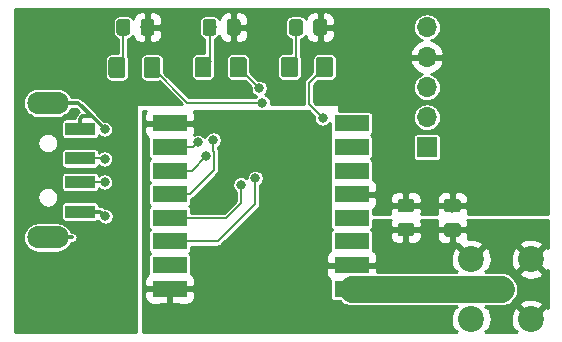
<source format=gtl>
G04 #@! TF.GenerationSoftware,KiCad,Pcbnew,(5.1.2)-1*
G04 #@! TF.CreationDate,2020-02-23T20:15:24-05:00*
G04 #@! TF.ProjectId,telemetry_receiver,74656c65-6d65-4747-9279-5f7265636569,rev?*
G04 #@! TF.SameCoordinates,Original*
G04 #@! TF.FileFunction,Copper,L1,Top*
G04 #@! TF.FilePolarity,Positive*
%FSLAX46Y46*%
G04 Gerber Fmt 4.6, Leading zero omitted, Abs format (unit mm)*
G04 Created by KiCad (PCBNEW (5.1.2)-1) date 2020-02-23 20:15:24*
%MOMM*%
%LPD*%
G04 APERTURE LIST*
%ADD10R,3.000000X1.400000*%
%ADD11O,1.700000X1.700000*%
%ADD12R,1.700000X1.700000*%
%ADD13C,2.200000*%
%ADD14C,2.100000*%
%ADD15C,0.100000*%
%ADD16C,1.150000*%
%ADD17O,3.500000X1.900000*%
%ADD18R,2.500000X1.100000*%
%ADD19C,1.425000*%
%ADD20C,0.800000*%
%ADD21C,0.250000*%
%ADD22C,0.304800*%
%ADD23C,0.203200*%
%ADD24C,2.260600*%
%ADD25C,0.254000*%
G04 APERTURE END LIST*
D10*
X120417600Y-84516200D03*
X120417600Y-86516200D03*
X120417600Y-88516200D03*
X120417600Y-90516200D03*
X120417600Y-92516200D03*
X120417600Y-94516200D03*
X120417600Y-96516200D03*
X120417600Y-98516200D03*
X135817600Y-98516200D03*
X135817600Y-96516200D03*
X135817600Y-94516200D03*
X135817600Y-92516200D03*
X135817600Y-90516200D03*
X135817600Y-88516200D03*
X135817600Y-86516200D03*
X135817600Y-84516200D03*
D11*
X142189200Y-76377800D03*
X142189200Y-78917800D03*
X142189200Y-81457800D03*
X142189200Y-83997800D03*
D12*
X142189200Y-86537800D03*
D13*
X145940780Y-101097080D03*
X151020780Y-101097080D03*
X151020780Y-96017080D03*
X145940780Y-96017080D03*
D14*
X148480780Y-98557080D03*
D15*
G36*
X131464305Y-75679004D02*
G01*
X131488573Y-75682604D01*
X131512372Y-75688565D01*
X131535471Y-75696830D01*
X131557650Y-75707320D01*
X131578693Y-75719932D01*
X131598399Y-75734547D01*
X131616577Y-75751023D01*
X131633053Y-75769201D01*
X131647668Y-75788907D01*
X131660280Y-75809950D01*
X131670770Y-75832129D01*
X131679035Y-75855228D01*
X131684996Y-75879027D01*
X131688596Y-75903295D01*
X131689800Y-75927799D01*
X131689800Y-76827801D01*
X131688596Y-76852305D01*
X131684996Y-76876573D01*
X131679035Y-76900372D01*
X131670770Y-76923471D01*
X131660280Y-76945650D01*
X131647668Y-76966693D01*
X131633053Y-76986399D01*
X131616577Y-77004577D01*
X131598399Y-77021053D01*
X131578693Y-77035668D01*
X131557650Y-77048280D01*
X131535471Y-77058770D01*
X131512372Y-77067035D01*
X131488573Y-77072996D01*
X131464305Y-77076596D01*
X131439801Y-77077800D01*
X130789799Y-77077800D01*
X130765295Y-77076596D01*
X130741027Y-77072996D01*
X130717228Y-77067035D01*
X130694129Y-77058770D01*
X130671950Y-77048280D01*
X130650907Y-77035668D01*
X130631201Y-77021053D01*
X130613023Y-77004577D01*
X130596547Y-76986399D01*
X130581932Y-76966693D01*
X130569320Y-76945650D01*
X130558830Y-76923471D01*
X130550565Y-76900372D01*
X130544604Y-76876573D01*
X130541004Y-76852305D01*
X130539800Y-76827801D01*
X130539800Y-75927799D01*
X130541004Y-75903295D01*
X130544604Y-75879027D01*
X130550565Y-75855228D01*
X130558830Y-75832129D01*
X130569320Y-75809950D01*
X130581932Y-75788907D01*
X130596547Y-75769201D01*
X130613023Y-75751023D01*
X130631201Y-75734547D01*
X130650907Y-75719932D01*
X130671950Y-75707320D01*
X130694129Y-75696830D01*
X130717228Y-75688565D01*
X130741027Y-75682604D01*
X130765295Y-75679004D01*
X130789799Y-75677800D01*
X131439801Y-75677800D01*
X131464305Y-75679004D01*
X131464305Y-75679004D01*
G37*
D16*
X131114800Y-76377800D03*
D15*
G36*
X133514305Y-75679004D02*
G01*
X133538573Y-75682604D01*
X133562372Y-75688565D01*
X133585471Y-75696830D01*
X133607650Y-75707320D01*
X133628693Y-75719932D01*
X133648399Y-75734547D01*
X133666577Y-75751023D01*
X133683053Y-75769201D01*
X133697668Y-75788907D01*
X133710280Y-75809950D01*
X133720770Y-75832129D01*
X133729035Y-75855228D01*
X133734996Y-75879027D01*
X133738596Y-75903295D01*
X133739800Y-75927799D01*
X133739800Y-76827801D01*
X133738596Y-76852305D01*
X133734996Y-76876573D01*
X133729035Y-76900372D01*
X133720770Y-76923471D01*
X133710280Y-76945650D01*
X133697668Y-76966693D01*
X133683053Y-76986399D01*
X133666577Y-77004577D01*
X133648399Y-77021053D01*
X133628693Y-77035668D01*
X133607650Y-77048280D01*
X133585471Y-77058770D01*
X133562372Y-77067035D01*
X133538573Y-77072996D01*
X133514305Y-77076596D01*
X133489801Y-77077800D01*
X132839799Y-77077800D01*
X132815295Y-77076596D01*
X132791027Y-77072996D01*
X132767228Y-77067035D01*
X132744129Y-77058770D01*
X132721950Y-77048280D01*
X132700907Y-77035668D01*
X132681201Y-77021053D01*
X132663023Y-77004577D01*
X132646547Y-76986399D01*
X132631932Y-76966693D01*
X132619320Y-76945650D01*
X132608830Y-76923471D01*
X132600565Y-76900372D01*
X132594604Y-76876573D01*
X132591004Y-76852305D01*
X132589800Y-76827801D01*
X132589800Y-75927799D01*
X132591004Y-75903295D01*
X132594604Y-75879027D01*
X132600565Y-75855228D01*
X132608830Y-75832129D01*
X132619320Y-75809950D01*
X132631932Y-75788907D01*
X132646547Y-75769201D01*
X132663023Y-75751023D01*
X132681201Y-75734547D01*
X132700907Y-75719932D01*
X132721950Y-75707320D01*
X132744129Y-75696830D01*
X132767228Y-75688565D01*
X132791027Y-75682604D01*
X132815295Y-75679004D01*
X132839799Y-75677800D01*
X133489801Y-75677800D01*
X133514305Y-75679004D01*
X133514305Y-75679004D01*
G37*
D16*
X133164800Y-76377800D03*
D15*
G36*
X116833905Y-75679004D02*
G01*
X116858173Y-75682604D01*
X116881972Y-75688565D01*
X116905071Y-75696830D01*
X116927250Y-75707320D01*
X116948293Y-75719932D01*
X116967999Y-75734547D01*
X116986177Y-75751023D01*
X117002653Y-75769201D01*
X117017268Y-75788907D01*
X117029880Y-75809950D01*
X117040370Y-75832129D01*
X117048635Y-75855228D01*
X117054596Y-75879027D01*
X117058196Y-75903295D01*
X117059400Y-75927799D01*
X117059400Y-76827801D01*
X117058196Y-76852305D01*
X117054596Y-76876573D01*
X117048635Y-76900372D01*
X117040370Y-76923471D01*
X117029880Y-76945650D01*
X117017268Y-76966693D01*
X117002653Y-76986399D01*
X116986177Y-77004577D01*
X116967999Y-77021053D01*
X116948293Y-77035668D01*
X116927250Y-77048280D01*
X116905071Y-77058770D01*
X116881972Y-77067035D01*
X116858173Y-77072996D01*
X116833905Y-77076596D01*
X116809401Y-77077800D01*
X116159399Y-77077800D01*
X116134895Y-77076596D01*
X116110627Y-77072996D01*
X116086828Y-77067035D01*
X116063729Y-77058770D01*
X116041550Y-77048280D01*
X116020507Y-77035668D01*
X116000801Y-77021053D01*
X115982623Y-77004577D01*
X115966147Y-76986399D01*
X115951532Y-76966693D01*
X115938920Y-76945650D01*
X115928430Y-76923471D01*
X115920165Y-76900372D01*
X115914204Y-76876573D01*
X115910604Y-76852305D01*
X115909400Y-76827801D01*
X115909400Y-75927799D01*
X115910604Y-75903295D01*
X115914204Y-75879027D01*
X115920165Y-75855228D01*
X115928430Y-75832129D01*
X115938920Y-75809950D01*
X115951532Y-75788907D01*
X115966147Y-75769201D01*
X115982623Y-75751023D01*
X116000801Y-75734547D01*
X116020507Y-75719932D01*
X116041550Y-75707320D01*
X116063729Y-75696830D01*
X116086828Y-75688565D01*
X116110627Y-75682604D01*
X116134895Y-75679004D01*
X116159399Y-75677800D01*
X116809401Y-75677800D01*
X116833905Y-75679004D01*
X116833905Y-75679004D01*
G37*
D16*
X116484400Y-76377800D03*
D15*
G36*
X118883905Y-75679004D02*
G01*
X118908173Y-75682604D01*
X118931972Y-75688565D01*
X118955071Y-75696830D01*
X118977250Y-75707320D01*
X118998293Y-75719932D01*
X119017999Y-75734547D01*
X119036177Y-75751023D01*
X119052653Y-75769201D01*
X119067268Y-75788907D01*
X119079880Y-75809950D01*
X119090370Y-75832129D01*
X119098635Y-75855228D01*
X119104596Y-75879027D01*
X119108196Y-75903295D01*
X119109400Y-75927799D01*
X119109400Y-76827801D01*
X119108196Y-76852305D01*
X119104596Y-76876573D01*
X119098635Y-76900372D01*
X119090370Y-76923471D01*
X119079880Y-76945650D01*
X119067268Y-76966693D01*
X119052653Y-76986399D01*
X119036177Y-77004577D01*
X119017999Y-77021053D01*
X118998293Y-77035668D01*
X118977250Y-77048280D01*
X118955071Y-77058770D01*
X118931972Y-77067035D01*
X118908173Y-77072996D01*
X118883905Y-77076596D01*
X118859401Y-77077800D01*
X118209399Y-77077800D01*
X118184895Y-77076596D01*
X118160627Y-77072996D01*
X118136828Y-77067035D01*
X118113729Y-77058770D01*
X118091550Y-77048280D01*
X118070507Y-77035668D01*
X118050801Y-77021053D01*
X118032623Y-77004577D01*
X118016147Y-76986399D01*
X118001532Y-76966693D01*
X117988920Y-76945650D01*
X117978430Y-76923471D01*
X117970165Y-76900372D01*
X117964204Y-76876573D01*
X117960604Y-76852305D01*
X117959400Y-76827801D01*
X117959400Y-75927799D01*
X117960604Y-75903295D01*
X117964204Y-75879027D01*
X117970165Y-75855228D01*
X117978430Y-75832129D01*
X117988920Y-75809950D01*
X118001532Y-75788907D01*
X118016147Y-75769201D01*
X118032623Y-75751023D01*
X118050801Y-75734547D01*
X118070507Y-75719932D01*
X118091550Y-75707320D01*
X118113729Y-75696830D01*
X118136828Y-75688565D01*
X118160627Y-75682604D01*
X118184895Y-75679004D01*
X118209399Y-75677800D01*
X118859401Y-75677800D01*
X118883905Y-75679004D01*
X118883905Y-75679004D01*
G37*
D16*
X118534400Y-76377800D03*
D15*
G36*
X124140105Y-75679004D02*
G01*
X124164373Y-75682604D01*
X124188172Y-75688565D01*
X124211271Y-75696830D01*
X124233450Y-75707320D01*
X124254493Y-75719932D01*
X124274199Y-75734547D01*
X124292377Y-75751023D01*
X124308853Y-75769201D01*
X124323468Y-75788907D01*
X124336080Y-75809950D01*
X124346570Y-75832129D01*
X124354835Y-75855228D01*
X124360796Y-75879027D01*
X124364396Y-75903295D01*
X124365600Y-75927799D01*
X124365600Y-76827801D01*
X124364396Y-76852305D01*
X124360796Y-76876573D01*
X124354835Y-76900372D01*
X124346570Y-76923471D01*
X124336080Y-76945650D01*
X124323468Y-76966693D01*
X124308853Y-76986399D01*
X124292377Y-77004577D01*
X124274199Y-77021053D01*
X124254493Y-77035668D01*
X124233450Y-77048280D01*
X124211271Y-77058770D01*
X124188172Y-77067035D01*
X124164373Y-77072996D01*
X124140105Y-77076596D01*
X124115601Y-77077800D01*
X123465599Y-77077800D01*
X123441095Y-77076596D01*
X123416827Y-77072996D01*
X123393028Y-77067035D01*
X123369929Y-77058770D01*
X123347750Y-77048280D01*
X123326707Y-77035668D01*
X123307001Y-77021053D01*
X123288823Y-77004577D01*
X123272347Y-76986399D01*
X123257732Y-76966693D01*
X123245120Y-76945650D01*
X123234630Y-76923471D01*
X123226365Y-76900372D01*
X123220404Y-76876573D01*
X123216804Y-76852305D01*
X123215600Y-76827801D01*
X123215600Y-75927799D01*
X123216804Y-75903295D01*
X123220404Y-75879027D01*
X123226365Y-75855228D01*
X123234630Y-75832129D01*
X123245120Y-75809950D01*
X123257732Y-75788907D01*
X123272347Y-75769201D01*
X123288823Y-75751023D01*
X123307001Y-75734547D01*
X123326707Y-75719932D01*
X123347750Y-75707320D01*
X123369929Y-75696830D01*
X123393028Y-75688565D01*
X123416827Y-75682604D01*
X123441095Y-75679004D01*
X123465599Y-75677800D01*
X124115601Y-75677800D01*
X124140105Y-75679004D01*
X124140105Y-75679004D01*
G37*
D16*
X123790600Y-76377800D03*
D15*
G36*
X126190105Y-75679004D02*
G01*
X126214373Y-75682604D01*
X126238172Y-75688565D01*
X126261271Y-75696830D01*
X126283450Y-75707320D01*
X126304493Y-75719932D01*
X126324199Y-75734547D01*
X126342377Y-75751023D01*
X126358853Y-75769201D01*
X126373468Y-75788907D01*
X126386080Y-75809950D01*
X126396570Y-75832129D01*
X126404835Y-75855228D01*
X126410796Y-75879027D01*
X126414396Y-75903295D01*
X126415600Y-75927799D01*
X126415600Y-76827801D01*
X126414396Y-76852305D01*
X126410796Y-76876573D01*
X126404835Y-76900372D01*
X126396570Y-76923471D01*
X126386080Y-76945650D01*
X126373468Y-76966693D01*
X126358853Y-76986399D01*
X126342377Y-77004577D01*
X126324199Y-77021053D01*
X126304493Y-77035668D01*
X126283450Y-77048280D01*
X126261271Y-77058770D01*
X126238172Y-77067035D01*
X126214373Y-77072996D01*
X126190105Y-77076596D01*
X126165601Y-77077800D01*
X125515599Y-77077800D01*
X125491095Y-77076596D01*
X125466827Y-77072996D01*
X125443028Y-77067035D01*
X125419929Y-77058770D01*
X125397750Y-77048280D01*
X125376707Y-77035668D01*
X125357001Y-77021053D01*
X125338823Y-77004577D01*
X125322347Y-76986399D01*
X125307732Y-76966693D01*
X125295120Y-76945650D01*
X125284630Y-76923471D01*
X125276365Y-76900372D01*
X125270404Y-76876573D01*
X125266804Y-76852305D01*
X125265600Y-76827801D01*
X125265600Y-75927799D01*
X125266804Y-75903295D01*
X125270404Y-75879027D01*
X125276365Y-75855228D01*
X125284630Y-75832129D01*
X125295120Y-75809950D01*
X125307732Y-75788907D01*
X125322347Y-75769201D01*
X125338823Y-75751023D01*
X125357001Y-75734547D01*
X125376707Y-75719932D01*
X125397750Y-75707320D01*
X125419929Y-75696830D01*
X125443028Y-75688565D01*
X125466827Y-75682604D01*
X125491095Y-75679004D01*
X125515599Y-75677800D01*
X126165601Y-75677800D01*
X126190105Y-75679004D01*
X126190105Y-75679004D01*
G37*
D16*
X125840600Y-76377800D03*
D17*
X110083600Y-82778600D03*
X110083600Y-94178600D03*
D18*
X112833600Y-84978600D03*
X112833600Y-91978600D03*
X112833600Y-87478600D03*
X112833600Y-89478600D03*
D15*
G36*
X116438004Y-78907604D02*
G01*
X116462273Y-78911204D01*
X116486071Y-78917165D01*
X116509171Y-78925430D01*
X116531349Y-78935920D01*
X116552393Y-78948533D01*
X116572098Y-78963147D01*
X116590277Y-78979623D01*
X116606753Y-78997802D01*
X116621367Y-79017507D01*
X116633980Y-79038551D01*
X116644470Y-79060729D01*
X116652735Y-79083829D01*
X116658696Y-79107627D01*
X116662296Y-79131896D01*
X116663500Y-79156400D01*
X116663500Y-80406400D01*
X116662296Y-80430904D01*
X116658696Y-80455173D01*
X116652735Y-80478971D01*
X116644470Y-80502071D01*
X116633980Y-80524249D01*
X116621367Y-80545293D01*
X116606753Y-80564998D01*
X116590277Y-80583177D01*
X116572098Y-80599653D01*
X116552393Y-80614267D01*
X116531349Y-80626880D01*
X116509171Y-80637370D01*
X116486071Y-80645635D01*
X116462273Y-80651596D01*
X116438004Y-80655196D01*
X116413500Y-80656400D01*
X115488500Y-80656400D01*
X115463996Y-80655196D01*
X115439727Y-80651596D01*
X115415929Y-80645635D01*
X115392829Y-80637370D01*
X115370651Y-80626880D01*
X115349607Y-80614267D01*
X115329902Y-80599653D01*
X115311723Y-80583177D01*
X115295247Y-80564998D01*
X115280633Y-80545293D01*
X115268020Y-80524249D01*
X115257530Y-80502071D01*
X115249265Y-80478971D01*
X115243304Y-80455173D01*
X115239704Y-80430904D01*
X115238500Y-80406400D01*
X115238500Y-79156400D01*
X115239704Y-79131896D01*
X115243304Y-79107627D01*
X115249265Y-79083829D01*
X115257530Y-79060729D01*
X115268020Y-79038551D01*
X115280633Y-79017507D01*
X115295247Y-78997802D01*
X115311723Y-78979623D01*
X115329902Y-78963147D01*
X115349607Y-78948533D01*
X115370651Y-78935920D01*
X115392829Y-78925430D01*
X115415929Y-78917165D01*
X115439727Y-78911204D01*
X115463996Y-78907604D01*
X115488500Y-78906400D01*
X116413500Y-78906400D01*
X116438004Y-78907604D01*
X116438004Y-78907604D01*
G37*
D19*
X115951000Y-79781400D03*
D15*
G36*
X119413004Y-78907604D02*
G01*
X119437273Y-78911204D01*
X119461071Y-78917165D01*
X119484171Y-78925430D01*
X119506349Y-78935920D01*
X119527393Y-78948533D01*
X119547098Y-78963147D01*
X119565277Y-78979623D01*
X119581753Y-78997802D01*
X119596367Y-79017507D01*
X119608980Y-79038551D01*
X119619470Y-79060729D01*
X119627735Y-79083829D01*
X119633696Y-79107627D01*
X119637296Y-79131896D01*
X119638500Y-79156400D01*
X119638500Y-80406400D01*
X119637296Y-80430904D01*
X119633696Y-80455173D01*
X119627735Y-80478971D01*
X119619470Y-80502071D01*
X119608980Y-80524249D01*
X119596367Y-80545293D01*
X119581753Y-80564998D01*
X119565277Y-80583177D01*
X119547098Y-80599653D01*
X119527393Y-80614267D01*
X119506349Y-80626880D01*
X119484171Y-80637370D01*
X119461071Y-80645635D01*
X119437273Y-80651596D01*
X119413004Y-80655196D01*
X119388500Y-80656400D01*
X118463500Y-80656400D01*
X118438996Y-80655196D01*
X118414727Y-80651596D01*
X118390929Y-80645635D01*
X118367829Y-80637370D01*
X118345651Y-80626880D01*
X118324607Y-80614267D01*
X118304902Y-80599653D01*
X118286723Y-80583177D01*
X118270247Y-80564998D01*
X118255633Y-80545293D01*
X118243020Y-80524249D01*
X118232530Y-80502071D01*
X118224265Y-80478971D01*
X118218304Y-80455173D01*
X118214704Y-80430904D01*
X118213500Y-80406400D01*
X118213500Y-79156400D01*
X118214704Y-79131896D01*
X118218304Y-79107627D01*
X118224265Y-79083829D01*
X118232530Y-79060729D01*
X118243020Y-79038551D01*
X118255633Y-79017507D01*
X118270247Y-78997802D01*
X118286723Y-78979623D01*
X118304902Y-78963147D01*
X118324607Y-78948533D01*
X118345651Y-78935920D01*
X118367829Y-78925430D01*
X118390929Y-78917165D01*
X118414727Y-78911204D01*
X118438996Y-78907604D01*
X118463500Y-78906400D01*
X119388500Y-78906400D01*
X119413004Y-78907604D01*
X119413004Y-78907604D01*
G37*
D19*
X118926000Y-79781400D03*
D15*
G36*
X123727804Y-78882204D02*
G01*
X123752073Y-78885804D01*
X123775871Y-78891765D01*
X123798971Y-78900030D01*
X123821149Y-78910520D01*
X123842193Y-78923133D01*
X123861898Y-78937747D01*
X123880077Y-78954223D01*
X123896553Y-78972402D01*
X123911167Y-78992107D01*
X123923780Y-79013151D01*
X123934270Y-79035329D01*
X123942535Y-79058429D01*
X123948496Y-79082227D01*
X123952096Y-79106496D01*
X123953300Y-79131000D01*
X123953300Y-80381000D01*
X123952096Y-80405504D01*
X123948496Y-80429773D01*
X123942535Y-80453571D01*
X123934270Y-80476671D01*
X123923780Y-80498849D01*
X123911167Y-80519893D01*
X123896553Y-80539598D01*
X123880077Y-80557777D01*
X123861898Y-80574253D01*
X123842193Y-80588867D01*
X123821149Y-80601480D01*
X123798971Y-80611970D01*
X123775871Y-80620235D01*
X123752073Y-80626196D01*
X123727804Y-80629796D01*
X123703300Y-80631000D01*
X122778300Y-80631000D01*
X122753796Y-80629796D01*
X122729527Y-80626196D01*
X122705729Y-80620235D01*
X122682629Y-80611970D01*
X122660451Y-80601480D01*
X122639407Y-80588867D01*
X122619702Y-80574253D01*
X122601523Y-80557777D01*
X122585047Y-80539598D01*
X122570433Y-80519893D01*
X122557820Y-80498849D01*
X122547330Y-80476671D01*
X122539065Y-80453571D01*
X122533104Y-80429773D01*
X122529504Y-80405504D01*
X122528300Y-80381000D01*
X122528300Y-79131000D01*
X122529504Y-79106496D01*
X122533104Y-79082227D01*
X122539065Y-79058429D01*
X122547330Y-79035329D01*
X122557820Y-79013151D01*
X122570433Y-78992107D01*
X122585047Y-78972402D01*
X122601523Y-78954223D01*
X122619702Y-78937747D01*
X122639407Y-78923133D01*
X122660451Y-78910520D01*
X122682629Y-78900030D01*
X122705729Y-78891765D01*
X122729527Y-78885804D01*
X122753796Y-78882204D01*
X122778300Y-78881000D01*
X123703300Y-78881000D01*
X123727804Y-78882204D01*
X123727804Y-78882204D01*
G37*
D19*
X123240800Y-79756000D03*
D15*
G36*
X126702804Y-78882204D02*
G01*
X126727073Y-78885804D01*
X126750871Y-78891765D01*
X126773971Y-78900030D01*
X126796149Y-78910520D01*
X126817193Y-78923133D01*
X126836898Y-78937747D01*
X126855077Y-78954223D01*
X126871553Y-78972402D01*
X126886167Y-78992107D01*
X126898780Y-79013151D01*
X126909270Y-79035329D01*
X126917535Y-79058429D01*
X126923496Y-79082227D01*
X126927096Y-79106496D01*
X126928300Y-79131000D01*
X126928300Y-80381000D01*
X126927096Y-80405504D01*
X126923496Y-80429773D01*
X126917535Y-80453571D01*
X126909270Y-80476671D01*
X126898780Y-80498849D01*
X126886167Y-80519893D01*
X126871553Y-80539598D01*
X126855077Y-80557777D01*
X126836898Y-80574253D01*
X126817193Y-80588867D01*
X126796149Y-80601480D01*
X126773971Y-80611970D01*
X126750871Y-80620235D01*
X126727073Y-80626196D01*
X126702804Y-80629796D01*
X126678300Y-80631000D01*
X125753300Y-80631000D01*
X125728796Y-80629796D01*
X125704527Y-80626196D01*
X125680729Y-80620235D01*
X125657629Y-80611970D01*
X125635451Y-80601480D01*
X125614407Y-80588867D01*
X125594702Y-80574253D01*
X125576523Y-80557777D01*
X125560047Y-80539598D01*
X125545433Y-80519893D01*
X125532820Y-80498849D01*
X125522330Y-80476671D01*
X125514065Y-80453571D01*
X125508104Y-80429773D01*
X125504504Y-80405504D01*
X125503300Y-80381000D01*
X125503300Y-79131000D01*
X125504504Y-79106496D01*
X125508104Y-79082227D01*
X125514065Y-79058429D01*
X125522330Y-79035329D01*
X125532820Y-79013151D01*
X125545433Y-78992107D01*
X125560047Y-78972402D01*
X125576523Y-78954223D01*
X125594702Y-78937747D01*
X125614407Y-78923133D01*
X125635451Y-78910520D01*
X125657629Y-78900030D01*
X125680729Y-78891765D01*
X125704527Y-78885804D01*
X125728796Y-78882204D01*
X125753300Y-78881000D01*
X126678300Y-78881000D01*
X126702804Y-78882204D01*
X126702804Y-78882204D01*
G37*
D19*
X126215800Y-79756000D03*
D15*
G36*
X131054104Y-78856804D02*
G01*
X131078373Y-78860404D01*
X131102171Y-78866365D01*
X131125271Y-78874630D01*
X131147449Y-78885120D01*
X131168493Y-78897733D01*
X131188198Y-78912347D01*
X131206377Y-78928823D01*
X131222853Y-78947002D01*
X131237467Y-78966707D01*
X131250080Y-78987751D01*
X131260570Y-79009929D01*
X131268835Y-79033029D01*
X131274796Y-79056827D01*
X131278396Y-79081096D01*
X131279600Y-79105600D01*
X131279600Y-80355600D01*
X131278396Y-80380104D01*
X131274796Y-80404373D01*
X131268835Y-80428171D01*
X131260570Y-80451271D01*
X131250080Y-80473449D01*
X131237467Y-80494493D01*
X131222853Y-80514198D01*
X131206377Y-80532377D01*
X131188198Y-80548853D01*
X131168493Y-80563467D01*
X131147449Y-80576080D01*
X131125271Y-80586570D01*
X131102171Y-80594835D01*
X131078373Y-80600796D01*
X131054104Y-80604396D01*
X131029600Y-80605600D01*
X130104600Y-80605600D01*
X130080096Y-80604396D01*
X130055827Y-80600796D01*
X130032029Y-80594835D01*
X130008929Y-80586570D01*
X129986751Y-80576080D01*
X129965707Y-80563467D01*
X129946002Y-80548853D01*
X129927823Y-80532377D01*
X129911347Y-80514198D01*
X129896733Y-80494493D01*
X129884120Y-80473449D01*
X129873630Y-80451271D01*
X129865365Y-80428171D01*
X129859404Y-80404373D01*
X129855804Y-80380104D01*
X129854600Y-80355600D01*
X129854600Y-79105600D01*
X129855804Y-79081096D01*
X129859404Y-79056827D01*
X129865365Y-79033029D01*
X129873630Y-79009929D01*
X129884120Y-78987751D01*
X129896733Y-78966707D01*
X129911347Y-78947002D01*
X129927823Y-78928823D01*
X129946002Y-78912347D01*
X129965707Y-78897733D01*
X129986751Y-78885120D01*
X130008929Y-78874630D01*
X130032029Y-78866365D01*
X130055827Y-78860404D01*
X130080096Y-78856804D01*
X130104600Y-78855600D01*
X131029600Y-78855600D01*
X131054104Y-78856804D01*
X131054104Y-78856804D01*
G37*
D19*
X130567100Y-79730600D03*
D15*
G36*
X134029104Y-78856804D02*
G01*
X134053373Y-78860404D01*
X134077171Y-78866365D01*
X134100271Y-78874630D01*
X134122449Y-78885120D01*
X134143493Y-78897733D01*
X134163198Y-78912347D01*
X134181377Y-78928823D01*
X134197853Y-78947002D01*
X134212467Y-78966707D01*
X134225080Y-78987751D01*
X134235570Y-79009929D01*
X134243835Y-79033029D01*
X134249796Y-79056827D01*
X134253396Y-79081096D01*
X134254600Y-79105600D01*
X134254600Y-80355600D01*
X134253396Y-80380104D01*
X134249796Y-80404373D01*
X134243835Y-80428171D01*
X134235570Y-80451271D01*
X134225080Y-80473449D01*
X134212467Y-80494493D01*
X134197853Y-80514198D01*
X134181377Y-80532377D01*
X134163198Y-80548853D01*
X134143493Y-80563467D01*
X134122449Y-80576080D01*
X134100271Y-80586570D01*
X134077171Y-80594835D01*
X134053373Y-80600796D01*
X134029104Y-80604396D01*
X134004600Y-80605600D01*
X133079600Y-80605600D01*
X133055096Y-80604396D01*
X133030827Y-80600796D01*
X133007029Y-80594835D01*
X132983929Y-80586570D01*
X132961751Y-80576080D01*
X132940707Y-80563467D01*
X132921002Y-80548853D01*
X132902823Y-80532377D01*
X132886347Y-80514198D01*
X132871733Y-80494493D01*
X132859120Y-80473449D01*
X132848630Y-80451271D01*
X132840365Y-80428171D01*
X132834404Y-80404373D01*
X132830804Y-80380104D01*
X132829600Y-80355600D01*
X132829600Y-79105600D01*
X132830804Y-79081096D01*
X132834404Y-79056827D01*
X132840365Y-79033029D01*
X132848630Y-79009929D01*
X132859120Y-78987751D01*
X132871733Y-78966707D01*
X132886347Y-78947002D01*
X132902823Y-78928823D01*
X132921002Y-78912347D01*
X132940707Y-78897733D01*
X132961751Y-78885120D01*
X132983929Y-78874630D01*
X133007029Y-78866365D01*
X133030827Y-78860404D01*
X133055096Y-78856804D01*
X133079600Y-78855600D01*
X134004600Y-78855600D01*
X134029104Y-78856804D01*
X134029104Y-78856804D01*
G37*
D19*
X133542100Y-79730600D03*
D15*
G36*
X144822705Y-90908004D02*
G01*
X144846973Y-90911604D01*
X144870772Y-90917565D01*
X144893871Y-90925830D01*
X144916050Y-90936320D01*
X144937093Y-90948932D01*
X144956799Y-90963547D01*
X144974977Y-90980023D01*
X144991453Y-90998201D01*
X145006068Y-91017907D01*
X145018680Y-91038950D01*
X145029170Y-91061129D01*
X145037435Y-91084228D01*
X145043396Y-91108027D01*
X145046996Y-91132295D01*
X145048200Y-91156799D01*
X145048200Y-91806801D01*
X145046996Y-91831305D01*
X145043396Y-91855573D01*
X145037435Y-91879372D01*
X145029170Y-91902471D01*
X145018680Y-91924650D01*
X145006068Y-91945693D01*
X144991453Y-91965399D01*
X144974977Y-91983577D01*
X144956799Y-92000053D01*
X144937093Y-92014668D01*
X144916050Y-92027280D01*
X144893871Y-92037770D01*
X144870772Y-92046035D01*
X144846973Y-92051996D01*
X144822705Y-92055596D01*
X144798201Y-92056800D01*
X143898199Y-92056800D01*
X143873695Y-92055596D01*
X143849427Y-92051996D01*
X143825628Y-92046035D01*
X143802529Y-92037770D01*
X143780350Y-92027280D01*
X143759307Y-92014668D01*
X143739601Y-92000053D01*
X143721423Y-91983577D01*
X143704947Y-91965399D01*
X143690332Y-91945693D01*
X143677720Y-91924650D01*
X143667230Y-91902471D01*
X143658965Y-91879372D01*
X143653004Y-91855573D01*
X143649404Y-91831305D01*
X143648200Y-91806801D01*
X143648200Y-91156799D01*
X143649404Y-91132295D01*
X143653004Y-91108027D01*
X143658965Y-91084228D01*
X143667230Y-91061129D01*
X143677720Y-91038950D01*
X143690332Y-91017907D01*
X143704947Y-90998201D01*
X143721423Y-90980023D01*
X143739601Y-90963547D01*
X143759307Y-90948932D01*
X143780350Y-90936320D01*
X143802529Y-90925830D01*
X143825628Y-90917565D01*
X143849427Y-90911604D01*
X143873695Y-90908004D01*
X143898199Y-90906800D01*
X144798201Y-90906800D01*
X144822705Y-90908004D01*
X144822705Y-90908004D01*
G37*
D16*
X144348200Y-91481800D03*
D15*
G36*
X144822705Y-92958004D02*
G01*
X144846973Y-92961604D01*
X144870772Y-92967565D01*
X144893871Y-92975830D01*
X144916050Y-92986320D01*
X144937093Y-92998932D01*
X144956799Y-93013547D01*
X144974977Y-93030023D01*
X144991453Y-93048201D01*
X145006068Y-93067907D01*
X145018680Y-93088950D01*
X145029170Y-93111129D01*
X145037435Y-93134228D01*
X145043396Y-93158027D01*
X145046996Y-93182295D01*
X145048200Y-93206799D01*
X145048200Y-93856801D01*
X145046996Y-93881305D01*
X145043396Y-93905573D01*
X145037435Y-93929372D01*
X145029170Y-93952471D01*
X145018680Y-93974650D01*
X145006068Y-93995693D01*
X144991453Y-94015399D01*
X144974977Y-94033577D01*
X144956799Y-94050053D01*
X144937093Y-94064668D01*
X144916050Y-94077280D01*
X144893871Y-94087770D01*
X144870772Y-94096035D01*
X144846973Y-94101996D01*
X144822705Y-94105596D01*
X144798201Y-94106800D01*
X143898199Y-94106800D01*
X143873695Y-94105596D01*
X143849427Y-94101996D01*
X143825628Y-94096035D01*
X143802529Y-94087770D01*
X143780350Y-94077280D01*
X143759307Y-94064668D01*
X143739601Y-94050053D01*
X143721423Y-94033577D01*
X143704947Y-94015399D01*
X143690332Y-93995693D01*
X143677720Y-93974650D01*
X143667230Y-93952471D01*
X143658965Y-93929372D01*
X143653004Y-93905573D01*
X143649404Y-93881305D01*
X143648200Y-93856801D01*
X143648200Y-93206799D01*
X143649404Y-93182295D01*
X143653004Y-93158027D01*
X143658965Y-93134228D01*
X143667230Y-93111129D01*
X143677720Y-93088950D01*
X143690332Y-93067907D01*
X143704947Y-93048201D01*
X143721423Y-93030023D01*
X143739601Y-93013547D01*
X143759307Y-92998932D01*
X143780350Y-92986320D01*
X143802529Y-92975830D01*
X143825628Y-92967565D01*
X143849427Y-92961604D01*
X143873695Y-92958004D01*
X143898199Y-92956800D01*
X144798201Y-92956800D01*
X144822705Y-92958004D01*
X144822705Y-92958004D01*
G37*
D16*
X144348200Y-93531800D03*
D15*
G36*
X140885705Y-92941604D02*
G01*
X140909973Y-92945204D01*
X140933772Y-92951165D01*
X140956871Y-92959430D01*
X140979050Y-92969920D01*
X141000093Y-92982532D01*
X141019799Y-92997147D01*
X141037977Y-93013623D01*
X141054453Y-93031801D01*
X141069068Y-93051507D01*
X141081680Y-93072550D01*
X141092170Y-93094729D01*
X141100435Y-93117828D01*
X141106396Y-93141627D01*
X141109996Y-93165895D01*
X141111200Y-93190399D01*
X141111200Y-93840401D01*
X141109996Y-93864905D01*
X141106396Y-93889173D01*
X141100435Y-93912972D01*
X141092170Y-93936071D01*
X141081680Y-93958250D01*
X141069068Y-93979293D01*
X141054453Y-93998999D01*
X141037977Y-94017177D01*
X141019799Y-94033653D01*
X141000093Y-94048268D01*
X140979050Y-94060880D01*
X140956871Y-94071370D01*
X140933772Y-94079635D01*
X140909973Y-94085596D01*
X140885705Y-94089196D01*
X140861201Y-94090400D01*
X139961199Y-94090400D01*
X139936695Y-94089196D01*
X139912427Y-94085596D01*
X139888628Y-94079635D01*
X139865529Y-94071370D01*
X139843350Y-94060880D01*
X139822307Y-94048268D01*
X139802601Y-94033653D01*
X139784423Y-94017177D01*
X139767947Y-93998999D01*
X139753332Y-93979293D01*
X139740720Y-93958250D01*
X139730230Y-93936071D01*
X139721965Y-93912972D01*
X139716004Y-93889173D01*
X139712404Y-93864905D01*
X139711200Y-93840401D01*
X139711200Y-93190399D01*
X139712404Y-93165895D01*
X139716004Y-93141627D01*
X139721965Y-93117828D01*
X139730230Y-93094729D01*
X139740720Y-93072550D01*
X139753332Y-93051507D01*
X139767947Y-93031801D01*
X139784423Y-93013623D01*
X139802601Y-92997147D01*
X139822307Y-92982532D01*
X139843350Y-92969920D01*
X139865529Y-92959430D01*
X139888628Y-92951165D01*
X139912427Y-92945204D01*
X139936695Y-92941604D01*
X139961199Y-92940400D01*
X140861201Y-92940400D01*
X140885705Y-92941604D01*
X140885705Y-92941604D01*
G37*
D16*
X140411200Y-93515400D03*
D15*
G36*
X140885705Y-90891604D02*
G01*
X140909973Y-90895204D01*
X140933772Y-90901165D01*
X140956871Y-90909430D01*
X140979050Y-90919920D01*
X141000093Y-90932532D01*
X141019799Y-90947147D01*
X141037977Y-90963623D01*
X141054453Y-90981801D01*
X141069068Y-91001507D01*
X141081680Y-91022550D01*
X141092170Y-91044729D01*
X141100435Y-91067828D01*
X141106396Y-91091627D01*
X141109996Y-91115895D01*
X141111200Y-91140399D01*
X141111200Y-91790401D01*
X141109996Y-91814905D01*
X141106396Y-91839173D01*
X141100435Y-91862972D01*
X141092170Y-91886071D01*
X141081680Y-91908250D01*
X141069068Y-91929293D01*
X141054453Y-91948999D01*
X141037977Y-91967177D01*
X141019799Y-91983653D01*
X141000093Y-91998268D01*
X140979050Y-92010880D01*
X140956871Y-92021370D01*
X140933772Y-92029635D01*
X140909973Y-92035596D01*
X140885705Y-92039196D01*
X140861201Y-92040400D01*
X139961199Y-92040400D01*
X139936695Y-92039196D01*
X139912427Y-92035596D01*
X139888628Y-92029635D01*
X139865529Y-92021370D01*
X139843350Y-92010880D01*
X139822307Y-91998268D01*
X139802601Y-91983653D01*
X139784423Y-91967177D01*
X139767947Y-91948999D01*
X139753332Y-91929293D01*
X139740720Y-91908250D01*
X139730230Y-91886071D01*
X139721965Y-91862972D01*
X139716004Y-91839173D01*
X139712404Y-91814905D01*
X139711200Y-91790401D01*
X139711200Y-91140399D01*
X139712404Y-91115895D01*
X139716004Y-91091627D01*
X139721965Y-91067828D01*
X139730230Y-91044729D01*
X139740720Y-91022550D01*
X139753332Y-91001507D01*
X139767947Y-90981801D01*
X139784423Y-90963623D01*
X139802601Y-90947147D01*
X139822307Y-90932532D01*
X139843350Y-90919920D01*
X139865529Y-90909430D01*
X139888628Y-90901165D01*
X139912427Y-90895204D01*
X139936695Y-90891604D01*
X139961199Y-90890400D01*
X140861201Y-90890400D01*
X140885705Y-90891604D01*
X140885705Y-90891604D01*
G37*
D16*
X140411200Y-91465400D03*
D20*
X114909600Y-85013800D03*
X150342600Y-98577400D03*
X151231600Y-98577400D03*
X152120600Y-98577400D03*
X148005800Y-96647000D03*
X148971000Y-96748600D03*
X147980400Y-100457000D03*
X148971000Y-100355400D03*
X146735800Y-93014800D03*
X147777200Y-93014800D03*
X148818600Y-93014800D03*
X149860000Y-93014800D03*
X150901400Y-93014800D03*
X151917400Y-93014800D03*
X143814800Y-101777800D03*
X142748000Y-101777800D03*
X141681200Y-101803200D03*
X140639800Y-101803200D03*
X139598400Y-101803200D03*
X138557000Y-101803200D03*
X137515600Y-101803200D03*
X136474200Y-101803200D03*
X135432800Y-101803200D03*
X134391400Y-101803200D03*
X133350000Y-101803200D03*
X132283200Y-101803200D03*
X131241800Y-101803200D03*
X130200400Y-101803200D03*
X129159000Y-101803200D03*
X128117600Y-101803200D03*
X127076200Y-101803200D03*
X126034800Y-101803200D03*
X124993400Y-101803200D03*
X123952000Y-101803200D03*
X122910600Y-101828600D03*
X121869200Y-101828600D03*
X120827800Y-101828600D03*
X119786400Y-101803200D03*
X118745000Y-101803200D03*
X127254000Y-77825600D03*
X114909600Y-100533200D03*
X114960400Y-92379800D03*
X133375400Y-84074000D03*
X127990600Y-81534000D03*
X128270000Y-82753200D03*
X124095375Y-85928410D03*
X114909600Y-87528400D03*
X114909600Y-89484200D03*
X127660400Y-89154000D03*
X122809000Y-86131400D03*
X123494800Y-87299800D03*
X126441200Y-89712800D03*
D21*
X145948400Y-95132000D02*
X145948400Y-96012000D01*
D22*
X135817600Y-96516200D02*
X137567600Y-96516200D01*
X113775400Y-84988400D02*
X113773400Y-84986400D01*
X120417600Y-98516200D02*
X118912400Y-98516200D01*
X112138400Y-94178600D02*
X110083600Y-94178600D01*
X110083600Y-82778600D02*
X112674400Y-82778600D01*
X113035800Y-83921600D02*
X113817400Y-83921600D01*
X112833600Y-84123800D02*
X113035800Y-83921600D01*
X112833600Y-84978600D02*
X112833600Y-84123800D01*
X112674400Y-82778600D02*
X113817400Y-83921600D01*
X113817400Y-83921600D02*
X114909600Y-85013800D01*
X114935000Y-85039200D02*
X114909600Y-85013800D01*
X125840600Y-76377800D02*
X125840600Y-76412200D01*
X114559200Y-91978600D02*
X114960400Y-92379800D01*
X112833600Y-91978600D02*
X114559200Y-91978600D01*
D21*
X131114800Y-79182900D02*
X130567100Y-79730600D01*
D23*
X131114800Y-76377800D02*
X131114800Y-79182900D01*
X132197699Y-81075001D02*
X133542100Y-79730600D01*
X132197699Y-82896299D02*
X133375400Y-84074000D01*
X132197699Y-81075001D02*
X132197699Y-82896299D01*
D21*
X123790600Y-79206200D02*
X123240800Y-79756000D01*
D23*
X123790600Y-76377800D02*
X123790600Y-79206200D01*
X126215800Y-79756000D02*
X127990600Y-81530800D01*
X127990600Y-81530800D02*
X127990600Y-81534000D01*
D21*
X116484400Y-79248000D02*
X115951000Y-79781400D01*
D23*
X116484400Y-76377800D02*
X116484400Y-79248000D01*
X118926000Y-79781400D02*
X121897800Y-82753200D01*
X121897800Y-82753200D02*
X128270000Y-82753200D01*
X135853400Y-98552000D02*
X135817600Y-98516200D01*
X135858480Y-98557080D02*
X135817600Y-98516200D01*
D24*
X148480780Y-98557080D02*
X135858480Y-98557080D01*
D23*
X122120800Y-90516200D02*
X120417600Y-90516200D01*
X124196401Y-88440599D02*
X122120800Y-90516200D01*
X124196401Y-86963031D02*
X124196401Y-88440599D01*
X124095375Y-86862005D02*
X124196401Y-86963031D01*
X124095375Y-85928410D02*
X124095375Y-86862005D01*
X114859800Y-87478600D02*
X114909600Y-87528400D01*
X112833600Y-87478600D02*
X114859800Y-87478600D01*
X114904000Y-89478600D02*
X114909600Y-89484200D01*
X112833600Y-89478600D02*
X114904000Y-89478600D01*
X120417600Y-94516200D02*
X124482600Y-94516200D01*
X124482600Y-94516200D02*
X127660400Y-91338400D01*
X127660400Y-91338400D02*
X127660400Y-89154000D01*
X120417600Y-86516200D02*
X122424200Y-86516200D01*
X122424200Y-86516200D02*
X122809000Y-86131400D01*
X120417600Y-88516200D02*
X122278400Y-88516200D01*
X122278400Y-88516200D02*
X123494800Y-87299800D01*
X126441200Y-91262200D02*
X126441200Y-89712800D01*
X120417600Y-92516200D02*
X125187200Y-92516200D01*
X125187200Y-92516200D02*
X126441200Y-91262200D01*
D25*
G36*
X118328098Y-83572020D02*
G01*
X118291788Y-83691718D01*
X118279528Y-83816200D01*
X118282600Y-84230450D01*
X118441350Y-84389200D01*
X120290600Y-84389200D01*
X120290600Y-84369200D01*
X120544600Y-84369200D01*
X120544600Y-84389200D01*
X122393850Y-84389200D01*
X122552600Y-84230450D01*
X122555672Y-83816200D01*
X122543412Y-83691718D01*
X122507102Y-83572020D01*
X122463154Y-83489800D01*
X132185069Y-83489800D01*
X132656574Y-83961305D01*
X132648400Y-84002397D01*
X132648400Y-84145603D01*
X132676338Y-84286058D01*
X132731141Y-84418364D01*
X132810702Y-84537436D01*
X132911964Y-84638698D01*
X133031036Y-84718259D01*
X133163342Y-84773062D01*
X133303797Y-84801000D01*
X133447003Y-84801000D01*
X133587458Y-84773062D01*
X133719764Y-84718259D01*
X133838836Y-84638698D01*
X133940098Y-84537436D01*
X133959600Y-84508249D01*
X133959600Y-92532200D01*
X133962040Y-92556976D01*
X133969267Y-92580801D01*
X133981003Y-92602757D01*
X133989018Y-92612524D01*
X133989018Y-93216200D01*
X133995332Y-93280303D01*
X134014030Y-93341943D01*
X134044394Y-93398750D01*
X134085257Y-93448543D01*
X134135050Y-93489406D01*
X134185178Y-93516200D01*
X134135050Y-93542994D01*
X134085257Y-93583857D01*
X134044394Y-93633650D01*
X134014030Y-93690457D01*
X133995332Y-93752097D01*
X133989018Y-93816200D01*
X133989018Y-95216200D01*
X133994222Y-95269031D01*
X133963106Y-95285663D01*
X133866415Y-95365015D01*
X133787063Y-95461706D01*
X133728098Y-95572020D01*
X133691788Y-95691718D01*
X133679528Y-95816200D01*
X133682600Y-96230450D01*
X133841350Y-96389200D01*
X135690600Y-96389200D01*
X135690600Y-96369200D01*
X135944600Y-96369200D01*
X135944600Y-96389200D01*
X137793850Y-96389200D01*
X137952600Y-96230450D01*
X137955672Y-95816200D01*
X137943412Y-95691718D01*
X137907102Y-95572020D01*
X137848137Y-95461706D01*
X137768785Y-95365015D01*
X137672094Y-95285663D01*
X137640978Y-95269031D01*
X137646182Y-95216200D01*
X137646182Y-94090400D01*
X139073128Y-94090400D01*
X139085388Y-94214882D01*
X139121698Y-94334580D01*
X139180663Y-94444894D01*
X139260015Y-94541585D01*
X139356706Y-94620937D01*
X139467020Y-94679902D01*
X139586718Y-94716212D01*
X139711200Y-94728472D01*
X140125450Y-94725400D01*
X140284200Y-94566650D01*
X140284200Y-93642400D01*
X140538200Y-93642400D01*
X140538200Y-94566650D01*
X140696950Y-94725400D01*
X141111200Y-94728472D01*
X141235682Y-94716212D01*
X141355380Y-94679902D01*
X141465694Y-94620937D01*
X141562385Y-94541585D01*
X141641737Y-94444894D01*
X141700702Y-94334580D01*
X141737012Y-94214882D01*
X141747656Y-94106800D01*
X143010128Y-94106800D01*
X143022388Y-94231282D01*
X143058698Y-94350980D01*
X143117663Y-94461294D01*
X143197015Y-94557985D01*
X143293706Y-94637337D01*
X143404020Y-94696302D01*
X143523718Y-94732612D01*
X143648200Y-94744872D01*
X144062450Y-94741800D01*
X144221200Y-94583050D01*
X144221200Y-93658800D01*
X144475200Y-93658800D01*
X144475200Y-94583050D01*
X144633950Y-94741800D01*
X144939706Y-94744067D01*
X144913673Y-94810368D01*
X145940780Y-95837475D01*
X146967887Y-94810368D01*
X149993673Y-94810368D01*
X151020780Y-95837475D01*
X152047887Y-94810368D01*
X151940054Y-94535742D01*
X151633396Y-94384864D01*
X151303195Y-94296711D01*
X150962141Y-94274671D01*
X150623341Y-94319591D01*
X150299814Y-94429744D01*
X150101506Y-94535742D01*
X149993673Y-94810368D01*
X146967887Y-94810368D01*
X146860054Y-94535742D01*
X146553396Y-94384864D01*
X146223195Y-94296711D01*
X145882141Y-94274671D01*
X145651577Y-94305240D01*
X145674012Y-94231282D01*
X145686272Y-94106800D01*
X145683200Y-93817550D01*
X145524450Y-93658800D01*
X144475200Y-93658800D01*
X144221200Y-93658800D01*
X143171950Y-93658800D01*
X143013200Y-93817550D01*
X143010128Y-94106800D01*
X141747656Y-94106800D01*
X141749272Y-94090400D01*
X141746200Y-93801150D01*
X141587450Y-93642400D01*
X140538200Y-93642400D01*
X140284200Y-93642400D01*
X139234950Y-93642400D01*
X139076200Y-93801150D01*
X139073128Y-94090400D01*
X137646182Y-94090400D01*
X137646182Y-93816200D01*
X137639868Y-93752097D01*
X137621170Y-93690457D01*
X137590806Y-93633650D01*
X137549943Y-93583857D01*
X137500150Y-93542994D01*
X137450022Y-93516200D01*
X137500150Y-93489406D01*
X137549943Y-93448543D01*
X137590806Y-93398750D01*
X137621170Y-93341943D01*
X137639868Y-93280303D01*
X137646182Y-93216200D01*
X137646182Y-92659200D01*
X139141486Y-92659200D01*
X139121698Y-92696220D01*
X139085388Y-92815918D01*
X139073128Y-92940400D01*
X139076200Y-93229650D01*
X139234950Y-93388400D01*
X140284200Y-93388400D01*
X140284200Y-93368400D01*
X140538200Y-93368400D01*
X140538200Y-93388400D01*
X141587450Y-93388400D01*
X141746200Y-93229650D01*
X141749272Y-92940400D01*
X141737012Y-92815918D01*
X141700702Y-92696220D01*
X141680914Y-92659200D01*
X143087252Y-92659200D01*
X143058698Y-92712620D01*
X143022388Y-92832318D01*
X143010128Y-92956800D01*
X143013200Y-93246050D01*
X143171950Y-93404800D01*
X144221200Y-93404800D01*
X144221200Y-93384800D01*
X144475200Y-93384800D01*
X144475200Y-93404800D01*
X145524450Y-93404800D01*
X145683200Y-93246050D01*
X145686272Y-92956800D01*
X145674012Y-92832318D01*
X145637702Y-92712620D01*
X145609148Y-92659200D01*
X152425801Y-92659200D01*
X152425801Y-95067840D01*
X152227492Y-94989973D01*
X151200385Y-96017080D01*
X152227492Y-97044187D01*
X152425801Y-96966320D01*
X152425801Y-100147840D01*
X152227492Y-100069973D01*
X151200385Y-101097080D01*
X151214528Y-101111223D01*
X151034923Y-101290828D01*
X151020780Y-101276685D01*
X151006638Y-101290828D01*
X150827033Y-101111223D01*
X150841175Y-101097080D01*
X149814068Y-100069973D01*
X149539442Y-100177806D01*
X149388564Y-100484464D01*
X149300411Y-100814665D01*
X149278371Y-101155719D01*
X149323291Y-101494519D01*
X149433444Y-101818046D01*
X149539442Y-102016354D01*
X149814066Y-102124186D01*
X149741710Y-102196542D01*
X147220644Y-102197336D01*
X147147494Y-102124186D01*
X147422118Y-102016354D01*
X147572996Y-101709696D01*
X147661149Y-101379495D01*
X147683189Y-101038441D01*
X147638269Y-100699641D01*
X147528116Y-100376114D01*
X147422118Y-100177806D01*
X147147494Y-100069974D01*
X147203088Y-100014380D01*
X148552370Y-100014380D01*
X148766461Y-99993294D01*
X149041163Y-99909964D01*
X149077824Y-99890368D01*
X149993673Y-99890368D01*
X151020780Y-100917475D01*
X152047887Y-99890368D01*
X151940054Y-99615742D01*
X151633396Y-99464864D01*
X151303195Y-99376711D01*
X150962141Y-99354671D01*
X150623341Y-99399591D01*
X150299814Y-99509744D01*
X150101506Y-99615742D01*
X149993673Y-99890368D01*
X149077824Y-99890368D01*
X149294330Y-99774643D01*
X149516233Y-99592533D01*
X149698343Y-99370630D01*
X149833664Y-99117463D01*
X149916994Y-98842761D01*
X149945131Y-98557080D01*
X149916994Y-98271399D01*
X149833664Y-97996697D01*
X149698343Y-97743530D01*
X149516233Y-97521627D01*
X149294330Y-97339517D01*
X149077825Y-97223792D01*
X149993673Y-97223792D01*
X150101506Y-97498418D01*
X150408164Y-97649296D01*
X150738365Y-97737449D01*
X151079419Y-97759489D01*
X151418219Y-97714569D01*
X151741746Y-97604416D01*
X151940054Y-97498418D01*
X152047887Y-97223792D01*
X151020780Y-96196685D01*
X149993673Y-97223792D01*
X149077825Y-97223792D01*
X149041163Y-97204196D01*
X148766461Y-97120866D01*
X148552370Y-97099780D01*
X147203088Y-97099780D01*
X147147494Y-97044186D01*
X147422118Y-96936354D01*
X147572996Y-96629696D01*
X147661149Y-96299495D01*
X147675610Y-96075719D01*
X149278371Y-96075719D01*
X149323291Y-96414519D01*
X149433444Y-96738046D01*
X149539442Y-96936354D01*
X149814068Y-97044187D01*
X150841175Y-96017080D01*
X149814068Y-94989973D01*
X149539442Y-95097806D01*
X149388564Y-95404464D01*
X149300411Y-95734665D01*
X149278371Y-96075719D01*
X147675610Y-96075719D01*
X147683189Y-95958441D01*
X147638269Y-95619641D01*
X147528116Y-95296114D01*
X147422118Y-95097806D01*
X147147492Y-94989973D01*
X146120385Y-96017080D01*
X146134528Y-96031223D01*
X145954923Y-96210828D01*
X145940780Y-96196685D01*
X145926638Y-96210828D01*
X145747033Y-96031223D01*
X145761175Y-96017080D01*
X144734068Y-94989973D01*
X144459442Y-95097806D01*
X144308564Y-95404464D01*
X144220411Y-95734665D01*
X144198371Y-96075719D01*
X144243291Y-96414519D01*
X144353444Y-96738046D01*
X144459442Y-96936354D01*
X144734066Y-97044186D01*
X144678472Y-97099780D01*
X137954809Y-97099780D01*
X137952600Y-96801950D01*
X137793850Y-96643200D01*
X135944600Y-96643200D01*
X135944600Y-96663200D01*
X135690600Y-96663200D01*
X135690600Y-96643200D01*
X133841350Y-96643200D01*
X133682600Y-96801950D01*
X133679528Y-97216200D01*
X133691788Y-97340682D01*
X133728098Y-97460380D01*
X133787063Y-97570694D01*
X133866415Y-97667385D01*
X133963106Y-97746737D01*
X133994222Y-97763369D01*
X133989018Y-97816200D01*
X133989018Y-99216200D01*
X133995332Y-99280303D01*
X134014030Y-99341943D01*
X134044394Y-99398750D01*
X134085257Y-99448543D01*
X134135050Y-99489406D01*
X134191857Y-99519770D01*
X134253497Y-99538468D01*
X134317600Y-99544782D01*
X134783839Y-99544782D01*
X134823027Y-99592533D01*
X135044930Y-99774643D01*
X135298097Y-99909964D01*
X135572799Y-99993294D01*
X135786890Y-100014380D01*
X144678472Y-100014380D01*
X144734066Y-100069974D01*
X144459442Y-100177806D01*
X144308564Y-100484464D01*
X144220411Y-100814665D01*
X144198371Y-101155719D01*
X144243291Y-101494519D01*
X144353444Y-101818046D01*
X144459442Y-102016354D01*
X144734066Y-102124186D01*
X144660110Y-102198142D01*
X118160800Y-102206488D01*
X118160800Y-99216200D01*
X118279528Y-99216200D01*
X118291788Y-99340682D01*
X118328098Y-99460380D01*
X118387063Y-99570694D01*
X118466415Y-99667385D01*
X118563106Y-99746737D01*
X118673420Y-99805702D01*
X118793118Y-99842012D01*
X118917600Y-99854272D01*
X120131850Y-99851200D01*
X120290600Y-99692450D01*
X120290600Y-98643200D01*
X120544600Y-98643200D01*
X120544600Y-99692450D01*
X120703350Y-99851200D01*
X121917600Y-99854272D01*
X122042082Y-99842012D01*
X122161780Y-99805702D01*
X122272094Y-99746737D01*
X122368785Y-99667385D01*
X122448137Y-99570694D01*
X122507102Y-99460380D01*
X122543412Y-99340682D01*
X122555672Y-99216200D01*
X122552600Y-98801950D01*
X122393850Y-98643200D01*
X120544600Y-98643200D01*
X120290600Y-98643200D01*
X118441350Y-98643200D01*
X118282600Y-98801950D01*
X118279528Y-99216200D01*
X118160800Y-99216200D01*
X118160800Y-85216200D01*
X118279528Y-85216200D01*
X118291788Y-85340682D01*
X118328098Y-85460380D01*
X118387063Y-85570694D01*
X118466415Y-85667385D01*
X118563106Y-85746737D01*
X118594222Y-85763369D01*
X118589018Y-85816200D01*
X118589018Y-87216200D01*
X118595332Y-87280303D01*
X118614030Y-87341943D01*
X118644394Y-87398750D01*
X118685257Y-87448543D01*
X118735050Y-87489406D01*
X118785178Y-87516200D01*
X118735050Y-87542994D01*
X118685257Y-87583857D01*
X118644394Y-87633650D01*
X118614030Y-87690457D01*
X118595332Y-87752097D01*
X118589018Y-87816200D01*
X118589018Y-89216200D01*
X118595332Y-89280303D01*
X118614030Y-89341943D01*
X118644394Y-89398750D01*
X118685257Y-89448543D01*
X118735050Y-89489406D01*
X118785178Y-89516200D01*
X118735050Y-89542994D01*
X118685257Y-89583857D01*
X118644394Y-89633650D01*
X118614030Y-89690457D01*
X118595332Y-89752097D01*
X118589018Y-89816200D01*
X118589018Y-91216200D01*
X118595332Y-91280303D01*
X118614030Y-91341943D01*
X118644394Y-91398750D01*
X118685257Y-91448543D01*
X118735050Y-91489406D01*
X118785178Y-91516200D01*
X118735050Y-91542994D01*
X118685257Y-91583857D01*
X118644394Y-91633650D01*
X118614030Y-91690457D01*
X118595332Y-91752097D01*
X118589018Y-91816200D01*
X118589018Y-93216200D01*
X118595332Y-93280303D01*
X118614030Y-93341943D01*
X118644394Y-93398750D01*
X118685257Y-93448543D01*
X118735050Y-93489406D01*
X118785178Y-93516200D01*
X118735050Y-93542994D01*
X118685257Y-93583857D01*
X118644394Y-93633650D01*
X118614030Y-93690457D01*
X118595332Y-93752097D01*
X118589018Y-93816200D01*
X118589018Y-95216200D01*
X118595332Y-95280303D01*
X118614030Y-95341943D01*
X118644394Y-95398750D01*
X118685257Y-95448543D01*
X118735050Y-95489406D01*
X118785178Y-95516200D01*
X118735050Y-95542994D01*
X118685257Y-95583857D01*
X118644394Y-95633650D01*
X118614030Y-95690457D01*
X118595332Y-95752097D01*
X118589018Y-95816200D01*
X118589018Y-97216200D01*
X118594222Y-97269031D01*
X118563106Y-97285663D01*
X118466415Y-97365015D01*
X118387063Y-97461706D01*
X118328098Y-97572020D01*
X118291788Y-97691718D01*
X118279528Y-97816200D01*
X118282600Y-98230450D01*
X118441350Y-98389200D01*
X120290600Y-98389200D01*
X120290600Y-98369200D01*
X120544600Y-98369200D01*
X120544600Y-98389200D01*
X122393850Y-98389200D01*
X122552600Y-98230450D01*
X122555672Y-97816200D01*
X122543412Y-97691718D01*
X122507102Y-97572020D01*
X122448137Y-97461706D01*
X122368785Y-97365015D01*
X122272094Y-97285663D01*
X122240978Y-97269031D01*
X122246182Y-97216200D01*
X122246182Y-95816200D01*
X122239868Y-95752097D01*
X122221170Y-95690457D01*
X122190806Y-95633650D01*
X122149943Y-95583857D01*
X122100150Y-95542994D01*
X122050022Y-95516200D01*
X122100150Y-95489406D01*
X122149943Y-95448543D01*
X122190806Y-95398750D01*
X122221170Y-95341943D01*
X122239868Y-95280303D01*
X122246182Y-95216200D01*
X122246182Y-94944800D01*
X124461552Y-94944800D01*
X124482600Y-94946873D01*
X124503648Y-94944800D01*
X124566620Y-94938598D01*
X124647411Y-94914090D01*
X124721869Y-94874292D01*
X124787132Y-94820732D01*
X124800555Y-94804376D01*
X127948582Y-91656349D01*
X127964932Y-91642932D01*
X128018492Y-91577669D01*
X128058290Y-91503211D01*
X128081405Y-91427012D01*
X128082798Y-91422421D01*
X128091073Y-91338400D01*
X128089000Y-91317352D01*
X128089000Y-89741975D01*
X128123836Y-89718698D01*
X128225098Y-89617436D01*
X128304659Y-89498364D01*
X128359462Y-89366058D01*
X128387400Y-89225603D01*
X128387400Y-89082397D01*
X128359462Y-88941942D01*
X128304659Y-88809636D01*
X128225098Y-88690564D01*
X128123836Y-88589302D01*
X128004764Y-88509741D01*
X127872458Y-88454938D01*
X127732003Y-88427000D01*
X127588797Y-88427000D01*
X127448342Y-88454938D01*
X127316036Y-88509741D01*
X127196964Y-88589302D01*
X127095702Y-88690564D01*
X127016141Y-88809636D01*
X126961338Y-88941942D01*
X126933400Y-89082397D01*
X126933400Y-89176866D01*
X126904636Y-89148102D01*
X126785564Y-89068541D01*
X126653258Y-89013738D01*
X126512803Y-88985800D01*
X126369597Y-88985800D01*
X126229142Y-89013738D01*
X126096836Y-89068541D01*
X125977764Y-89148102D01*
X125876502Y-89249364D01*
X125796941Y-89368436D01*
X125742138Y-89500742D01*
X125714200Y-89641197D01*
X125714200Y-89784403D01*
X125742138Y-89924858D01*
X125796941Y-90057164D01*
X125876502Y-90176236D01*
X125977764Y-90277498D01*
X126012601Y-90300775D01*
X126012600Y-91084668D01*
X125009669Y-92087600D01*
X122246182Y-92087600D01*
X122246182Y-91816200D01*
X122239868Y-91752097D01*
X122221170Y-91690457D01*
X122190806Y-91633650D01*
X122149943Y-91583857D01*
X122100150Y-91542994D01*
X122050022Y-91516200D01*
X122100150Y-91489406D01*
X122149943Y-91448543D01*
X122190806Y-91398750D01*
X122221170Y-91341943D01*
X122239868Y-91280303D01*
X122246182Y-91216200D01*
X122246182Y-90926051D01*
X122285611Y-90914090D01*
X122360069Y-90874292D01*
X122425332Y-90820732D01*
X122438755Y-90804376D01*
X124484582Y-88758550D01*
X124500933Y-88745131D01*
X124554493Y-88679868D01*
X124594291Y-88605410D01*
X124618799Y-88524619D01*
X124625001Y-88461647D01*
X124625001Y-88461646D01*
X124627074Y-88440600D01*
X124625001Y-88419554D01*
X124625001Y-86984076D01*
X124627074Y-86963030D01*
X124624974Y-86941709D01*
X124618799Y-86879011D01*
X124594291Y-86798220D01*
X124554493Y-86723762D01*
X124523975Y-86686576D01*
X124523975Y-86516385D01*
X124558811Y-86493108D01*
X124660073Y-86391846D01*
X124739634Y-86272774D01*
X124794437Y-86140468D01*
X124822375Y-86000013D01*
X124822375Y-85856807D01*
X124794437Y-85716352D01*
X124739634Y-85584046D01*
X124660073Y-85464974D01*
X124558811Y-85363712D01*
X124439739Y-85284151D01*
X124307433Y-85229348D01*
X124166978Y-85201410D01*
X124023772Y-85201410D01*
X123883317Y-85229348D01*
X123751011Y-85284151D01*
X123631939Y-85363712D01*
X123530677Y-85464974D01*
X123451116Y-85584046D01*
X123400031Y-85707375D01*
X123373698Y-85667964D01*
X123272436Y-85566702D01*
X123153364Y-85487141D01*
X123021058Y-85432338D01*
X122880603Y-85404400D01*
X122737397Y-85404400D01*
X122596942Y-85432338D01*
X122500806Y-85472159D01*
X122507102Y-85460380D01*
X122543412Y-85340682D01*
X122555672Y-85216200D01*
X122552600Y-84801950D01*
X122393850Y-84643200D01*
X120544600Y-84643200D01*
X120544600Y-84663200D01*
X120290600Y-84663200D01*
X120290600Y-84643200D01*
X118441350Y-84643200D01*
X118282600Y-84801950D01*
X118279528Y-85216200D01*
X118160800Y-85216200D01*
X118160800Y-83489800D01*
X118372046Y-83489800D01*
X118328098Y-83572020D01*
X118328098Y-83572020D01*
G37*
X118328098Y-83572020D02*
X118291788Y-83691718D01*
X118279528Y-83816200D01*
X118282600Y-84230450D01*
X118441350Y-84389200D01*
X120290600Y-84389200D01*
X120290600Y-84369200D01*
X120544600Y-84369200D01*
X120544600Y-84389200D01*
X122393850Y-84389200D01*
X122552600Y-84230450D01*
X122555672Y-83816200D01*
X122543412Y-83691718D01*
X122507102Y-83572020D01*
X122463154Y-83489800D01*
X132185069Y-83489800D01*
X132656574Y-83961305D01*
X132648400Y-84002397D01*
X132648400Y-84145603D01*
X132676338Y-84286058D01*
X132731141Y-84418364D01*
X132810702Y-84537436D01*
X132911964Y-84638698D01*
X133031036Y-84718259D01*
X133163342Y-84773062D01*
X133303797Y-84801000D01*
X133447003Y-84801000D01*
X133587458Y-84773062D01*
X133719764Y-84718259D01*
X133838836Y-84638698D01*
X133940098Y-84537436D01*
X133959600Y-84508249D01*
X133959600Y-92532200D01*
X133962040Y-92556976D01*
X133969267Y-92580801D01*
X133981003Y-92602757D01*
X133989018Y-92612524D01*
X133989018Y-93216200D01*
X133995332Y-93280303D01*
X134014030Y-93341943D01*
X134044394Y-93398750D01*
X134085257Y-93448543D01*
X134135050Y-93489406D01*
X134185178Y-93516200D01*
X134135050Y-93542994D01*
X134085257Y-93583857D01*
X134044394Y-93633650D01*
X134014030Y-93690457D01*
X133995332Y-93752097D01*
X133989018Y-93816200D01*
X133989018Y-95216200D01*
X133994222Y-95269031D01*
X133963106Y-95285663D01*
X133866415Y-95365015D01*
X133787063Y-95461706D01*
X133728098Y-95572020D01*
X133691788Y-95691718D01*
X133679528Y-95816200D01*
X133682600Y-96230450D01*
X133841350Y-96389200D01*
X135690600Y-96389200D01*
X135690600Y-96369200D01*
X135944600Y-96369200D01*
X135944600Y-96389200D01*
X137793850Y-96389200D01*
X137952600Y-96230450D01*
X137955672Y-95816200D01*
X137943412Y-95691718D01*
X137907102Y-95572020D01*
X137848137Y-95461706D01*
X137768785Y-95365015D01*
X137672094Y-95285663D01*
X137640978Y-95269031D01*
X137646182Y-95216200D01*
X137646182Y-94090400D01*
X139073128Y-94090400D01*
X139085388Y-94214882D01*
X139121698Y-94334580D01*
X139180663Y-94444894D01*
X139260015Y-94541585D01*
X139356706Y-94620937D01*
X139467020Y-94679902D01*
X139586718Y-94716212D01*
X139711200Y-94728472D01*
X140125450Y-94725400D01*
X140284200Y-94566650D01*
X140284200Y-93642400D01*
X140538200Y-93642400D01*
X140538200Y-94566650D01*
X140696950Y-94725400D01*
X141111200Y-94728472D01*
X141235682Y-94716212D01*
X141355380Y-94679902D01*
X141465694Y-94620937D01*
X141562385Y-94541585D01*
X141641737Y-94444894D01*
X141700702Y-94334580D01*
X141737012Y-94214882D01*
X141747656Y-94106800D01*
X143010128Y-94106800D01*
X143022388Y-94231282D01*
X143058698Y-94350980D01*
X143117663Y-94461294D01*
X143197015Y-94557985D01*
X143293706Y-94637337D01*
X143404020Y-94696302D01*
X143523718Y-94732612D01*
X143648200Y-94744872D01*
X144062450Y-94741800D01*
X144221200Y-94583050D01*
X144221200Y-93658800D01*
X144475200Y-93658800D01*
X144475200Y-94583050D01*
X144633950Y-94741800D01*
X144939706Y-94744067D01*
X144913673Y-94810368D01*
X145940780Y-95837475D01*
X146967887Y-94810368D01*
X149993673Y-94810368D01*
X151020780Y-95837475D01*
X152047887Y-94810368D01*
X151940054Y-94535742D01*
X151633396Y-94384864D01*
X151303195Y-94296711D01*
X150962141Y-94274671D01*
X150623341Y-94319591D01*
X150299814Y-94429744D01*
X150101506Y-94535742D01*
X149993673Y-94810368D01*
X146967887Y-94810368D01*
X146860054Y-94535742D01*
X146553396Y-94384864D01*
X146223195Y-94296711D01*
X145882141Y-94274671D01*
X145651577Y-94305240D01*
X145674012Y-94231282D01*
X145686272Y-94106800D01*
X145683200Y-93817550D01*
X145524450Y-93658800D01*
X144475200Y-93658800D01*
X144221200Y-93658800D01*
X143171950Y-93658800D01*
X143013200Y-93817550D01*
X143010128Y-94106800D01*
X141747656Y-94106800D01*
X141749272Y-94090400D01*
X141746200Y-93801150D01*
X141587450Y-93642400D01*
X140538200Y-93642400D01*
X140284200Y-93642400D01*
X139234950Y-93642400D01*
X139076200Y-93801150D01*
X139073128Y-94090400D01*
X137646182Y-94090400D01*
X137646182Y-93816200D01*
X137639868Y-93752097D01*
X137621170Y-93690457D01*
X137590806Y-93633650D01*
X137549943Y-93583857D01*
X137500150Y-93542994D01*
X137450022Y-93516200D01*
X137500150Y-93489406D01*
X137549943Y-93448543D01*
X137590806Y-93398750D01*
X137621170Y-93341943D01*
X137639868Y-93280303D01*
X137646182Y-93216200D01*
X137646182Y-92659200D01*
X139141486Y-92659200D01*
X139121698Y-92696220D01*
X139085388Y-92815918D01*
X139073128Y-92940400D01*
X139076200Y-93229650D01*
X139234950Y-93388400D01*
X140284200Y-93388400D01*
X140284200Y-93368400D01*
X140538200Y-93368400D01*
X140538200Y-93388400D01*
X141587450Y-93388400D01*
X141746200Y-93229650D01*
X141749272Y-92940400D01*
X141737012Y-92815918D01*
X141700702Y-92696220D01*
X141680914Y-92659200D01*
X143087252Y-92659200D01*
X143058698Y-92712620D01*
X143022388Y-92832318D01*
X143010128Y-92956800D01*
X143013200Y-93246050D01*
X143171950Y-93404800D01*
X144221200Y-93404800D01*
X144221200Y-93384800D01*
X144475200Y-93384800D01*
X144475200Y-93404800D01*
X145524450Y-93404800D01*
X145683200Y-93246050D01*
X145686272Y-92956800D01*
X145674012Y-92832318D01*
X145637702Y-92712620D01*
X145609148Y-92659200D01*
X152425801Y-92659200D01*
X152425801Y-95067840D01*
X152227492Y-94989973D01*
X151200385Y-96017080D01*
X152227492Y-97044187D01*
X152425801Y-96966320D01*
X152425801Y-100147840D01*
X152227492Y-100069973D01*
X151200385Y-101097080D01*
X151214528Y-101111223D01*
X151034923Y-101290828D01*
X151020780Y-101276685D01*
X151006638Y-101290828D01*
X150827033Y-101111223D01*
X150841175Y-101097080D01*
X149814068Y-100069973D01*
X149539442Y-100177806D01*
X149388564Y-100484464D01*
X149300411Y-100814665D01*
X149278371Y-101155719D01*
X149323291Y-101494519D01*
X149433444Y-101818046D01*
X149539442Y-102016354D01*
X149814066Y-102124186D01*
X149741710Y-102196542D01*
X147220644Y-102197336D01*
X147147494Y-102124186D01*
X147422118Y-102016354D01*
X147572996Y-101709696D01*
X147661149Y-101379495D01*
X147683189Y-101038441D01*
X147638269Y-100699641D01*
X147528116Y-100376114D01*
X147422118Y-100177806D01*
X147147494Y-100069974D01*
X147203088Y-100014380D01*
X148552370Y-100014380D01*
X148766461Y-99993294D01*
X149041163Y-99909964D01*
X149077824Y-99890368D01*
X149993673Y-99890368D01*
X151020780Y-100917475D01*
X152047887Y-99890368D01*
X151940054Y-99615742D01*
X151633396Y-99464864D01*
X151303195Y-99376711D01*
X150962141Y-99354671D01*
X150623341Y-99399591D01*
X150299814Y-99509744D01*
X150101506Y-99615742D01*
X149993673Y-99890368D01*
X149077824Y-99890368D01*
X149294330Y-99774643D01*
X149516233Y-99592533D01*
X149698343Y-99370630D01*
X149833664Y-99117463D01*
X149916994Y-98842761D01*
X149945131Y-98557080D01*
X149916994Y-98271399D01*
X149833664Y-97996697D01*
X149698343Y-97743530D01*
X149516233Y-97521627D01*
X149294330Y-97339517D01*
X149077825Y-97223792D01*
X149993673Y-97223792D01*
X150101506Y-97498418D01*
X150408164Y-97649296D01*
X150738365Y-97737449D01*
X151079419Y-97759489D01*
X151418219Y-97714569D01*
X151741746Y-97604416D01*
X151940054Y-97498418D01*
X152047887Y-97223792D01*
X151020780Y-96196685D01*
X149993673Y-97223792D01*
X149077825Y-97223792D01*
X149041163Y-97204196D01*
X148766461Y-97120866D01*
X148552370Y-97099780D01*
X147203088Y-97099780D01*
X147147494Y-97044186D01*
X147422118Y-96936354D01*
X147572996Y-96629696D01*
X147661149Y-96299495D01*
X147675610Y-96075719D01*
X149278371Y-96075719D01*
X149323291Y-96414519D01*
X149433444Y-96738046D01*
X149539442Y-96936354D01*
X149814068Y-97044187D01*
X150841175Y-96017080D01*
X149814068Y-94989973D01*
X149539442Y-95097806D01*
X149388564Y-95404464D01*
X149300411Y-95734665D01*
X149278371Y-96075719D01*
X147675610Y-96075719D01*
X147683189Y-95958441D01*
X147638269Y-95619641D01*
X147528116Y-95296114D01*
X147422118Y-95097806D01*
X147147492Y-94989973D01*
X146120385Y-96017080D01*
X146134528Y-96031223D01*
X145954923Y-96210828D01*
X145940780Y-96196685D01*
X145926638Y-96210828D01*
X145747033Y-96031223D01*
X145761175Y-96017080D01*
X144734068Y-94989973D01*
X144459442Y-95097806D01*
X144308564Y-95404464D01*
X144220411Y-95734665D01*
X144198371Y-96075719D01*
X144243291Y-96414519D01*
X144353444Y-96738046D01*
X144459442Y-96936354D01*
X144734066Y-97044186D01*
X144678472Y-97099780D01*
X137954809Y-97099780D01*
X137952600Y-96801950D01*
X137793850Y-96643200D01*
X135944600Y-96643200D01*
X135944600Y-96663200D01*
X135690600Y-96663200D01*
X135690600Y-96643200D01*
X133841350Y-96643200D01*
X133682600Y-96801950D01*
X133679528Y-97216200D01*
X133691788Y-97340682D01*
X133728098Y-97460380D01*
X133787063Y-97570694D01*
X133866415Y-97667385D01*
X133963106Y-97746737D01*
X133994222Y-97763369D01*
X133989018Y-97816200D01*
X133989018Y-99216200D01*
X133995332Y-99280303D01*
X134014030Y-99341943D01*
X134044394Y-99398750D01*
X134085257Y-99448543D01*
X134135050Y-99489406D01*
X134191857Y-99519770D01*
X134253497Y-99538468D01*
X134317600Y-99544782D01*
X134783839Y-99544782D01*
X134823027Y-99592533D01*
X135044930Y-99774643D01*
X135298097Y-99909964D01*
X135572799Y-99993294D01*
X135786890Y-100014380D01*
X144678472Y-100014380D01*
X144734066Y-100069974D01*
X144459442Y-100177806D01*
X144308564Y-100484464D01*
X144220411Y-100814665D01*
X144198371Y-101155719D01*
X144243291Y-101494519D01*
X144353444Y-101818046D01*
X144459442Y-102016354D01*
X144734066Y-102124186D01*
X144660110Y-102198142D01*
X118160800Y-102206488D01*
X118160800Y-99216200D01*
X118279528Y-99216200D01*
X118291788Y-99340682D01*
X118328098Y-99460380D01*
X118387063Y-99570694D01*
X118466415Y-99667385D01*
X118563106Y-99746737D01*
X118673420Y-99805702D01*
X118793118Y-99842012D01*
X118917600Y-99854272D01*
X120131850Y-99851200D01*
X120290600Y-99692450D01*
X120290600Y-98643200D01*
X120544600Y-98643200D01*
X120544600Y-99692450D01*
X120703350Y-99851200D01*
X121917600Y-99854272D01*
X122042082Y-99842012D01*
X122161780Y-99805702D01*
X122272094Y-99746737D01*
X122368785Y-99667385D01*
X122448137Y-99570694D01*
X122507102Y-99460380D01*
X122543412Y-99340682D01*
X122555672Y-99216200D01*
X122552600Y-98801950D01*
X122393850Y-98643200D01*
X120544600Y-98643200D01*
X120290600Y-98643200D01*
X118441350Y-98643200D01*
X118282600Y-98801950D01*
X118279528Y-99216200D01*
X118160800Y-99216200D01*
X118160800Y-85216200D01*
X118279528Y-85216200D01*
X118291788Y-85340682D01*
X118328098Y-85460380D01*
X118387063Y-85570694D01*
X118466415Y-85667385D01*
X118563106Y-85746737D01*
X118594222Y-85763369D01*
X118589018Y-85816200D01*
X118589018Y-87216200D01*
X118595332Y-87280303D01*
X118614030Y-87341943D01*
X118644394Y-87398750D01*
X118685257Y-87448543D01*
X118735050Y-87489406D01*
X118785178Y-87516200D01*
X118735050Y-87542994D01*
X118685257Y-87583857D01*
X118644394Y-87633650D01*
X118614030Y-87690457D01*
X118595332Y-87752097D01*
X118589018Y-87816200D01*
X118589018Y-89216200D01*
X118595332Y-89280303D01*
X118614030Y-89341943D01*
X118644394Y-89398750D01*
X118685257Y-89448543D01*
X118735050Y-89489406D01*
X118785178Y-89516200D01*
X118735050Y-89542994D01*
X118685257Y-89583857D01*
X118644394Y-89633650D01*
X118614030Y-89690457D01*
X118595332Y-89752097D01*
X118589018Y-89816200D01*
X118589018Y-91216200D01*
X118595332Y-91280303D01*
X118614030Y-91341943D01*
X118644394Y-91398750D01*
X118685257Y-91448543D01*
X118735050Y-91489406D01*
X118785178Y-91516200D01*
X118735050Y-91542994D01*
X118685257Y-91583857D01*
X118644394Y-91633650D01*
X118614030Y-91690457D01*
X118595332Y-91752097D01*
X118589018Y-91816200D01*
X118589018Y-93216200D01*
X118595332Y-93280303D01*
X118614030Y-93341943D01*
X118644394Y-93398750D01*
X118685257Y-93448543D01*
X118735050Y-93489406D01*
X118785178Y-93516200D01*
X118735050Y-93542994D01*
X118685257Y-93583857D01*
X118644394Y-93633650D01*
X118614030Y-93690457D01*
X118595332Y-93752097D01*
X118589018Y-93816200D01*
X118589018Y-95216200D01*
X118595332Y-95280303D01*
X118614030Y-95341943D01*
X118644394Y-95398750D01*
X118685257Y-95448543D01*
X118735050Y-95489406D01*
X118785178Y-95516200D01*
X118735050Y-95542994D01*
X118685257Y-95583857D01*
X118644394Y-95633650D01*
X118614030Y-95690457D01*
X118595332Y-95752097D01*
X118589018Y-95816200D01*
X118589018Y-97216200D01*
X118594222Y-97269031D01*
X118563106Y-97285663D01*
X118466415Y-97365015D01*
X118387063Y-97461706D01*
X118328098Y-97572020D01*
X118291788Y-97691718D01*
X118279528Y-97816200D01*
X118282600Y-98230450D01*
X118441350Y-98389200D01*
X120290600Y-98389200D01*
X120290600Y-98369200D01*
X120544600Y-98369200D01*
X120544600Y-98389200D01*
X122393850Y-98389200D01*
X122552600Y-98230450D01*
X122555672Y-97816200D01*
X122543412Y-97691718D01*
X122507102Y-97572020D01*
X122448137Y-97461706D01*
X122368785Y-97365015D01*
X122272094Y-97285663D01*
X122240978Y-97269031D01*
X122246182Y-97216200D01*
X122246182Y-95816200D01*
X122239868Y-95752097D01*
X122221170Y-95690457D01*
X122190806Y-95633650D01*
X122149943Y-95583857D01*
X122100150Y-95542994D01*
X122050022Y-95516200D01*
X122100150Y-95489406D01*
X122149943Y-95448543D01*
X122190806Y-95398750D01*
X122221170Y-95341943D01*
X122239868Y-95280303D01*
X122246182Y-95216200D01*
X122246182Y-94944800D01*
X124461552Y-94944800D01*
X124482600Y-94946873D01*
X124503648Y-94944800D01*
X124566620Y-94938598D01*
X124647411Y-94914090D01*
X124721869Y-94874292D01*
X124787132Y-94820732D01*
X124800555Y-94804376D01*
X127948582Y-91656349D01*
X127964932Y-91642932D01*
X128018492Y-91577669D01*
X128058290Y-91503211D01*
X128081405Y-91427012D01*
X128082798Y-91422421D01*
X128091073Y-91338400D01*
X128089000Y-91317352D01*
X128089000Y-89741975D01*
X128123836Y-89718698D01*
X128225098Y-89617436D01*
X128304659Y-89498364D01*
X128359462Y-89366058D01*
X128387400Y-89225603D01*
X128387400Y-89082397D01*
X128359462Y-88941942D01*
X128304659Y-88809636D01*
X128225098Y-88690564D01*
X128123836Y-88589302D01*
X128004764Y-88509741D01*
X127872458Y-88454938D01*
X127732003Y-88427000D01*
X127588797Y-88427000D01*
X127448342Y-88454938D01*
X127316036Y-88509741D01*
X127196964Y-88589302D01*
X127095702Y-88690564D01*
X127016141Y-88809636D01*
X126961338Y-88941942D01*
X126933400Y-89082397D01*
X126933400Y-89176866D01*
X126904636Y-89148102D01*
X126785564Y-89068541D01*
X126653258Y-89013738D01*
X126512803Y-88985800D01*
X126369597Y-88985800D01*
X126229142Y-89013738D01*
X126096836Y-89068541D01*
X125977764Y-89148102D01*
X125876502Y-89249364D01*
X125796941Y-89368436D01*
X125742138Y-89500742D01*
X125714200Y-89641197D01*
X125714200Y-89784403D01*
X125742138Y-89924858D01*
X125796941Y-90057164D01*
X125876502Y-90176236D01*
X125977764Y-90277498D01*
X126012601Y-90300775D01*
X126012600Y-91084668D01*
X125009669Y-92087600D01*
X122246182Y-92087600D01*
X122246182Y-91816200D01*
X122239868Y-91752097D01*
X122221170Y-91690457D01*
X122190806Y-91633650D01*
X122149943Y-91583857D01*
X122100150Y-91542994D01*
X122050022Y-91516200D01*
X122100150Y-91489406D01*
X122149943Y-91448543D01*
X122190806Y-91398750D01*
X122221170Y-91341943D01*
X122239868Y-91280303D01*
X122246182Y-91216200D01*
X122246182Y-90926051D01*
X122285611Y-90914090D01*
X122360069Y-90874292D01*
X122425332Y-90820732D01*
X122438755Y-90804376D01*
X124484582Y-88758550D01*
X124500933Y-88745131D01*
X124554493Y-88679868D01*
X124594291Y-88605410D01*
X124618799Y-88524619D01*
X124625001Y-88461647D01*
X124625001Y-88461646D01*
X124627074Y-88440600D01*
X124625001Y-88419554D01*
X124625001Y-86984076D01*
X124627074Y-86963030D01*
X124624974Y-86941709D01*
X124618799Y-86879011D01*
X124594291Y-86798220D01*
X124554493Y-86723762D01*
X124523975Y-86686576D01*
X124523975Y-86516385D01*
X124558811Y-86493108D01*
X124660073Y-86391846D01*
X124739634Y-86272774D01*
X124794437Y-86140468D01*
X124822375Y-86000013D01*
X124822375Y-85856807D01*
X124794437Y-85716352D01*
X124739634Y-85584046D01*
X124660073Y-85464974D01*
X124558811Y-85363712D01*
X124439739Y-85284151D01*
X124307433Y-85229348D01*
X124166978Y-85201410D01*
X124023772Y-85201410D01*
X123883317Y-85229348D01*
X123751011Y-85284151D01*
X123631939Y-85363712D01*
X123530677Y-85464974D01*
X123451116Y-85584046D01*
X123400031Y-85707375D01*
X123373698Y-85667964D01*
X123272436Y-85566702D01*
X123153364Y-85487141D01*
X123021058Y-85432338D01*
X122880603Y-85404400D01*
X122737397Y-85404400D01*
X122596942Y-85432338D01*
X122500806Y-85472159D01*
X122507102Y-85460380D01*
X122543412Y-85340682D01*
X122555672Y-85216200D01*
X122552600Y-84801950D01*
X122393850Y-84643200D01*
X120544600Y-84643200D01*
X120544600Y-84663200D01*
X120290600Y-84663200D01*
X120290600Y-84643200D01*
X118441350Y-84643200D01*
X118282600Y-84801950D01*
X118279528Y-85216200D01*
X118160800Y-85216200D01*
X118160800Y-83489800D01*
X118372046Y-83489800D01*
X118328098Y-83572020D01*
G36*
X146134528Y-101082938D02*
G01*
X146120385Y-101097080D01*
X146134528Y-101111223D01*
X145954923Y-101290828D01*
X145940780Y-101276685D01*
X145926638Y-101290828D01*
X145747033Y-101111223D01*
X145761175Y-101097080D01*
X145747033Y-101082938D01*
X145926638Y-100903333D01*
X145940780Y-100917475D01*
X145954923Y-100903333D01*
X146134528Y-101082938D01*
X146134528Y-101082938D01*
G37*
X146134528Y-101082938D02*
X146120385Y-101097080D01*
X146134528Y-101111223D01*
X145954923Y-101290828D01*
X145940780Y-101276685D01*
X145926638Y-101290828D01*
X145747033Y-101111223D01*
X145761175Y-101097080D01*
X145747033Y-101082938D01*
X145926638Y-100903333D01*
X145940780Y-100917475D01*
X145954923Y-100903333D01*
X146134528Y-101082938D01*
G36*
X152425801Y-92176600D02*
G01*
X145674473Y-92176600D01*
X145686272Y-92056800D01*
X145683200Y-91767550D01*
X145524450Y-91608800D01*
X144475200Y-91608800D01*
X144475200Y-91628800D01*
X144221200Y-91628800D01*
X144221200Y-91608800D01*
X143171950Y-91608800D01*
X143013200Y-91767550D01*
X143010128Y-92056800D01*
X143021927Y-92176600D01*
X141733457Y-92176600D01*
X141737012Y-92164882D01*
X141749272Y-92040400D01*
X141746200Y-91751150D01*
X141587450Y-91592400D01*
X140538200Y-91592400D01*
X140538200Y-91612400D01*
X140284200Y-91612400D01*
X140284200Y-91592400D01*
X139234950Y-91592400D01*
X139076200Y-91751150D01*
X139073128Y-92040400D01*
X139085388Y-92164882D01*
X139088943Y-92176600D01*
X137646182Y-92176600D01*
X137646182Y-91816200D01*
X137640978Y-91763369D01*
X137672094Y-91746737D01*
X137768785Y-91667385D01*
X137848137Y-91570694D01*
X137907102Y-91460380D01*
X137943412Y-91340682D01*
X137955672Y-91216200D01*
X137953256Y-90890400D01*
X139073128Y-90890400D01*
X139076200Y-91179650D01*
X139234950Y-91338400D01*
X140284200Y-91338400D01*
X140284200Y-90414150D01*
X140538200Y-90414150D01*
X140538200Y-91338400D01*
X141587450Y-91338400D01*
X141746200Y-91179650D01*
X141749097Y-90906800D01*
X143010128Y-90906800D01*
X143013200Y-91196050D01*
X143171950Y-91354800D01*
X144221200Y-91354800D01*
X144221200Y-90430550D01*
X144475200Y-90430550D01*
X144475200Y-91354800D01*
X145524450Y-91354800D01*
X145683200Y-91196050D01*
X145686272Y-90906800D01*
X145674012Y-90782318D01*
X145637702Y-90662620D01*
X145578737Y-90552306D01*
X145499385Y-90455615D01*
X145402694Y-90376263D01*
X145292380Y-90317298D01*
X145172682Y-90280988D01*
X145048200Y-90268728D01*
X144633950Y-90271800D01*
X144475200Y-90430550D01*
X144221200Y-90430550D01*
X144062450Y-90271800D01*
X143648200Y-90268728D01*
X143523718Y-90280988D01*
X143404020Y-90317298D01*
X143293706Y-90376263D01*
X143197015Y-90455615D01*
X143117663Y-90552306D01*
X143058698Y-90662620D01*
X143022388Y-90782318D01*
X143010128Y-90906800D01*
X141749097Y-90906800D01*
X141749272Y-90890400D01*
X141737012Y-90765918D01*
X141700702Y-90646220D01*
X141641737Y-90535906D01*
X141562385Y-90439215D01*
X141465694Y-90359863D01*
X141355380Y-90300898D01*
X141235682Y-90264588D01*
X141111200Y-90252328D01*
X140696950Y-90255400D01*
X140538200Y-90414150D01*
X140284200Y-90414150D01*
X140125450Y-90255400D01*
X139711200Y-90252328D01*
X139586718Y-90264588D01*
X139467020Y-90300898D01*
X139356706Y-90359863D01*
X139260015Y-90439215D01*
X139180663Y-90535906D01*
X139121698Y-90646220D01*
X139085388Y-90765918D01*
X139073128Y-90890400D01*
X137953256Y-90890400D01*
X137952600Y-90801950D01*
X137793850Y-90643200D01*
X135944600Y-90643200D01*
X135944600Y-90663200D01*
X135690600Y-90663200D01*
X135690600Y-90643200D01*
X135670600Y-90643200D01*
X135670600Y-90389200D01*
X135690600Y-90389200D01*
X135690600Y-90369200D01*
X135944600Y-90369200D01*
X135944600Y-90389200D01*
X137793850Y-90389200D01*
X137952600Y-90230450D01*
X137955672Y-89816200D01*
X137943412Y-89691718D01*
X137907102Y-89572020D01*
X137848137Y-89461706D01*
X137768785Y-89365015D01*
X137672094Y-89285663D01*
X137640978Y-89269031D01*
X137646182Y-89216200D01*
X137646182Y-87816200D01*
X137639868Y-87752097D01*
X137621170Y-87690457D01*
X137590806Y-87633650D01*
X137549943Y-87583857D01*
X137500150Y-87542994D01*
X137450022Y-87516200D01*
X137500150Y-87489406D01*
X137549943Y-87448543D01*
X137590806Y-87398750D01*
X137621170Y-87341943D01*
X137639868Y-87280303D01*
X137646182Y-87216200D01*
X137646182Y-85816200D01*
X137639868Y-85752097D01*
X137621170Y-85690457D01*
X137619750Y-85687800D01*
X141010618Y-85687800D01*
X141010618Y-87387800D01*
X141016932Y-87451903D01*
X141035630Y-87513543D01*
X141065994Y-87570350D01*
X141106857Y-87620143D01*
X141156650Y-87661006D01*
X141213457Y-87691370D01*
X141275097Y-87710068D01*
X141339200Y-87716382D01*
X143039200Y-87716382D01*
X143103303Y-87710068D01*
X143164943Y-87691370D01*
X143221750Y-87661006D01*
X143271543Y-87620143D01*
X143312406Y-87570350D01*
X143342770Y-87513543D01*
X143361468Y-87451903D01*
X143367782Y-87387800D01*
X143367782Y-85687800D01*
X143361468Y-85623697D01*
X143342770Y-85562057D01*
X143312406Y-85505250D01*
X143271543Y-85455457D01*
X143221750Y-85414594D01*
X143164943Y-85384230D01*
X143103303Y-85365532D01*
X143039200Y-85359218D01*
X141339200Y-85359218D01*
X141275097Y-85365532D01*
X141213457Y-85384230D01*
X141156650Y-85414594D01*
X141106857Y-85455457D01*
X141065994Y-85505250D01*
X141035630Y-85562057D01*
X141016932Y-85623697D01*
X141010618Y-85687800D01*
X137619750Y-85687800D01*
X137590806Y-85633650D01*
X137549943Y-85583857D01*
X137500150Y-85542994D01*
X137450022Y-85516200D01*
X137500150Y-85489406D01*
X137549943Y-85448543D01*
X137590806Y-85398750D01*
X137621170Y-85341943D01*
X137639868Y-85280303D01*
X137646182Y-85216200D01*
X137646182Y-83997800D01*
X141006506Y-83997800D01*
X141029231Y-84228532D01*
X141096533Y-84450397D01*
X141205826Y-84654870D01*
X141352909Y-84834091D01*
X141532130Y-84981174D01*
X141736603Y-85090467D01*
X141958468Y-85157769D01*
X142131388Y-85174800D01*
X142247012Y-85174800D01*
X142419932Y-85157769D01*
X142641797Y-85090467D01*
X142846270Y-84981174D01*
X143025491Y-84834091D01*
X143172574Y-84654870D01*
X143281867Y-84450397D01*
X143349169Y-84228532D01*
X143371894Y-83997800D01*
X143349169Y-83767068D01*
X143281867Y-83545203D01*
X143172574Y-83340730D01*
X143025491Y-83161509D01*
X142846270Y-83014426D01*
X142641797Y-82905133D01*
X142419932Y-82837831D01*
X142247012Y-82820800D01*
X142131388Y-82820800D01*
X141958468Y-82837831D01*
X141736603Y-82905133D01*
X141532130Y-83014426D01*
X141352909Y-83161509D01*
X141205826Y-83340730D01*
X141096533Y-83545203D01*
X141029231Y-83767068D01*
X141006506Y-83997800D01*
X137646182Y-83997800D01*
X137646182Y-83816200D01*
X137639868Y-83752097D01*
X137621170Y-83690457D01*
X137590806Y-83633650D01*
X137549943Y-83583857D01*
X137500150Y-83542994D01*
X137443343Y-83512630D01*
X137381703Y-83493932D01*
X137317600Y-83487618D01*
X134747000Y-83487618D01*
X134747000Y-83032600D01*
X134744560Y-83007824D01*
X134737333Y-82983999D01*
X134725597Y-82962043D01*
X134709803Y-82942797D01*
X134690557Y-82927003D01*
X134668601Y-82915267D01*
X134644776Y-82908040D01*
X134620000Y-82905600D01*
X132813131Y-82905600D01*
X132626299Y-82718768D01*
X132626299Y-81252532D01*
X132958317Y-80920515D01*
X132966724Y-80923065D01*
X133079600Y-80934182D01*
X134004600Y-80934182D01*
X134117476Y-80923065D01*
X134226014Y-80890140D01*
X134326043Y-80836673D01*
X134413719Y-80764719D01*
X134485673Y-80677043D01*
X134539140Y-80577014D01*
X134572065Y-80468476D01*
X134583182Y-80355600D01*
X134583182Y-79274690D01*
X140747724Y-79274690D01*
X140792375Y-79421899D01*
X140917559Y-79684720D01*
X141091612Y-79918069D01*
X141307845Y-80112978D01*
X141557948Y-80261957D01*
X141797085Y-80346786D01*
X141736603Y-80365133D01*
X141532130Y-80474426D01*
X141352909Y-80621509D01*
X141205826Y-80800730D01*
X141096533Y-81005203D01*
X141029231Y-81227068D01*
X141006506Y-81457800D01*
X141029231Y-81688532D01*
X141096533Y-81910397D01*
X141205826Y-82114870D01*
X141352909Y-82294091D01*
X141532130Y-82441174D01*
X141736603Y-82550467D01*
X141958468Y-82617769D01*
X142131388Y-82634800D01*
X142247012Y-82634800D01*
X142419932Y-82617769D01*
X142641797Y-82550467D01*
X142846270Y-82441174D01*
X143025491Y-82294091D01*
X143172574Y-82114870D01*
X143281867Y-81910397D01*
X143349169Y-81688532D01*
X143371894Y-81457800D01*
X143349169Y-81227068D01*
X143281867Y-81005203D01*
X143172574Y-80800730D01*
X143025491Y-80621509D01*
X142846270Y-80474426D01*
X142641797Y-80365133D01*
X142581315Y-80346786D01*
X142820452Y-80261957D01*
X143070555Y-80112978D01*
X143286788Y-79918069D01*
X143460841Y-79684720D01*
X143586025Y-79421899D01*
X143630676Y-79274690D01*
X143509355Y-79044800D01*
X142316200Y-79044800D01*
X142316200Y-79064800D01*
X142062200Y-79064800D01*
X142062200Y-79044800D01*
X140869045Y-79044800D01*
X140747724Y-79274690D01*
X134583182Y-79274690D01*
X134583182Y-79105600D01*
X134572065Y-78992724D01*
X134539140Y-78884186D01*
X134485673Y-78784157D01*
X134413719Y-78696481D01*
X134326043Y-78624527D01*
X134226014Y-78571060D01*
X134192555Y-78560910D01*
X140747724Y-78560910D01*
X140869045Y-78790800D01*
X142062200Y-78790800D01*
X142062200Y-78770800D01*
X142316200Y-78770800D01*
X142316200Y-78790800D01*
X143509355Y-78790800D01*
X143630676Y-78560910D01*
X143586025Y-78413701D01*
X143460841Y-78150880D01*
X143286788Y-77917531D01*
X143070555Y-77722622D01*
X142820452Y-77573643D01*
X142581315Y-77488814D01*
X142641797Y-77470467D01*
X142846270Y-77361174D01*
X143025491Y-77214091D01*
X143172574Y-77034870D01*
X143281867Y-76830397D01*
X143349169Y-76608532D01*
X143371894Y-76377800D01*
X143349169Y-76147068D01*
X143281867Y-75925203D01*
X143172574Y-75720730D01*
X143025491Y-75541509D01*
X142846270Y-75394426D01*
X142641797Y-75285133D01*
X142419932Y-75217831D01*
X142247012Y-75200800D01*
X142131388Y-75200800D01*
X141958468Y-75217831D01*
X141736603Y-75285133D01*
X141532130Y-75394426D01*
X141352909Y-75541509D01*
X141205826Y-75720730D01*
X141096533Y-75925203D01*
X141029231Y-76147068D01*
X141006506Y-76377800D01*
X141029231Y-76608532D01*
X141096533Y-76830397D01*
X141205826Y-77034870D01*
X141352909Y-77214091D01*
X141532130Y-77361174D01*
X141736603Y-77470467D01*
X141797085Y-77488814D01*
X141557948Y-77573643D01*
X141307845Y-77722622D01*
X141091612Y-77917531D01*
X140917559Y-78150880D01*
X140792375Y-78413701D01*
X140747724Y-78560910D01*
X134192555Y-78560910D01*
X134117476Y-78538135D01*
X134004600Y-78527018D01*
X133079600Y-78527018D01*
X132966724Y-78538135D01*
X132858186Y-78571060D01*
X132758157Y-78624527D01*
X132670481Y-78696481D01*
X132598527Y-78784157D01*
X132545060Y-78884186D01*
X132512135Y-78992724D01*
X132501018Y-79105600D01*
X132501018Y-80165551D01*
X131909523Y-80757046D01*
X131893167Y-80770469D01*
X131839607Y-80835733D01*
X131799809Y-80910191D01*
X131788199Y-80948465D01*
X131775301Y-80990981D01*
X131767026Y-81075001D01*
X131769099Y-81096049D01*
X131769100Y-82875241D01*
X131767026Y-82896299D01*
X131767942Y-82905600D01*
X128980929Y-82905600D01*
X128997000Y-82824803D01*
X128997000Y-82681597D01*
X128969062Y-82541142D01*
X128914259Y-82408836D01*
X128834698Y-82289764D01*
X128733436Y-82188502D01*
X128614364Y-82108941D01*
X128493752Y-82058982D01*
X128555298Y-81997436D01*
X128634859Y-81878364D01*
X128689662Y-81746058D01*
X128717600Y-81605603D01*
X128717600Y-81462397D01*
X128689662Y-81321942D01*
X128634859Y-81189636D01*
X128555298Y-81070564D01*
X128454036Y-80969302D01*
X128334964Y-80889741D01*
X128202658Y-80834938D01*
X128062203Y-80807000D01*
X127918997Y-80807000D01*
X127880574Y-80814643D01*
X127256882Y-80190951D01*
X127256882Y-79131000D01*
X127254381Y-79105600D01*
X129526018Y-79105600D01*
X129526018Y-80355600D01*
X129537135Y-80468476D01*
X129570060Y-80577014D01*
X129623527Y-80677043D01*
X129695481Y-80764719D01*
X129783157Y-80836673D01*
X129883186Y-80890140D01*
X129991724Y-80923065D01*
X130104600Y-80934182D01*
X131029600Y-80934182D01*
X131142476Y-80923065D01*
X131251014Y-80890140D01*
X131351043Y-80836673D01*
X131438719Y-80764719D01*
X131510673Y-80677043D01*
X131564140Y-80577014D01*
X131597065Y-80468476D01*
X131608182Y-80355600D01*
X131608182Y-79105600D01*
X131597065Y-78992724D01*
X131564140Y-78884186D01*
X131543400Y-78845384D01*
X131543400Y-77396179D01*
X131552677Y-77395265D01*
X131661214Y-77362340D01*
X131761243Y-77308874D01*
X131848920Y-77236920D01*
X131920874Y-77149243D01*
X131952869Y-77089384D01*
X131963988Y-77202282D01*
X132000298Y-77321980D01*
X132059263Y-77432294D01*
X132138615Y-77528985D01*
X132235306Y-77608337D01*
X132345620Y-77667302D01*
X132465318Y-77703612D01*
X132589800Y-77715872D01*
X132879050Y-77712800D01*
X133037800Y-77554050D01*
X133037800Y-76504800D01*
X133291800Y-76504800D01*
X133291800Y-77554050D01*
X133450550Y-77712800D01*
X133739800Y-77715872D01*
X133864282Y-77703612D01*
X133983980Y-77667302D01*
X134094294Y-77608337D01*
X134190985Y-77528985D01*
X134270337Y-77432294D01*
X134329302Y-77321980D01*
X134365612Y-77202282D01*
X134377872Y-77077800D01*
X134374800Y-76663550D01*
X134216050Y-76504800D01*
X133291800Y-76504800D01*
X133037800Y-76504800D01*
X133017800Y-76504800D01*
X133017800Y-76250800D01*
X133037800Y-76250800D01*
X133037800Y-75201550D01*
X133291800Y-75201550D01*
X133291800Y-76250800D01*
X134216050Y-76250800D01*
X134374800Y-76092050D01*
X134377872Y-75677800D01*
X134365612Y-75553318D01*
X134329302Y-75433620D01*
X134270337Y-75323306D01*
X134190985Y-75226615D01*
X134094294Y-75147263D01*
X133983980Y-75088298D01*
X133864282Y-75051988D01*
X133739800Y-75039728D01*
X133450550Y-75042800D01*
X133291800Y-75201550D01*
X133037800Y-75201550D01*
X132879050Y-75042800D01*
X132589800Y-75039728D01*
X132465318Y-75051988D01*
X132345620Y-75088298D01*
X132235306Y-75147263D01*
X132138615Y-75226615D01*
X132059263Y-75323306D01*
X132000298Y-75433620D01*
X131963988Y-75553318D01*
X131952869Y-75666216D01*
X131920874Y-75606357D01*
X131848920Y-75518680D01*
X131761243Y-75446726D01*
X131661214Y-75393260D01*
X131552677Y-75360335D01*
X131439801Y-75349218D01*
X130789799Y-75349218D01*
X130676923Y-75360335D01*
X130568386Y-75393260D01*
X130468357Y-75446726D01*
X130380680Y-75518680D01*
X130308726Y-75606357D01*
X130255260Y-75706386D01*
X130222335Y-75814923D01*
X130211218Y-75927799D01*
X130211218Y-76827801D01*
X130222335Y-76940677D01*
X130255260Y-77049214D01*
X130308726Y-77149243D01*
X130380680Y-77236920D01*
X130468357Y-77308874D01*
X130568386Y-77362340D01*
X130676923Y-77395265D01*
X130686200Y-77396179D01*
X130686201Y-78527018D01*
X130104600Y-78527018D01*
X129991724Y-78538135D01*
X129883186Y-78571060D01*
X129783157Y-78624527D01*
X129695481Y-78696481D01*
X129623527Y-78784157D01*
X129570060Y-78884186D01*
X129537135Y-78992724D01*
X129526018Y-79105600D01*
X127254381Y-79105600D01*
X127245765Y-79018124D01*
X127212840Y-78909586D01*
X127159373Y-78809557D01*
X127087419Y-78721881D01*
X126999743Y-78649927D01*
X126899714Y-78596460D01*
X126791176Y-78563535D01*
X126678300Y-78552418D01*
X125753300Y-78552418D01*
X125640424Y-78563535D01*
X125531886Y-78596460D01*
X125431857Y-78649927D01*
X125344181Y-78721881D01*
X125272227Y-78809557D01*
X125218760Y-78909586D01*
X125185835Y-79018124D01*
X125174718Y-79131000D01*
X125174718Y-80381000D01*
X125185835Y-80493876D01*
X125218760Y-80602414D01*
X125272227Y-80702443D01*
X125344181Y-80790119D01*
X125431857Y-80862073D01*
X125531886Y-80915540D01*
X125640424Y-80948465D01*
X125753300Y-80959582D01*
X126678300Y-80959582D01*
X126791176Y-80948465D01*
X126799584Y-80945915D01*
X127272305Y-81418636D01*
X127263600Y-81462397D01*
X127263600Y-81605603D01*
X127291538Y-81746058D01*
X127346341Y-81878364D01*
X127425902Y-81997436D01*
X127527164Y-82098698D01*
X127646236Y-82178259D01*
X127766848Y-82228218D01*
X127705302Y-82289764D01*
X127682025Y-82324600D01*
X122075332Y-82324600D01*
X119967082Y-80216351D01*
X119967082Y-79156400D01*
X119964581Y-79131000D01*
X122199718Y-79131000D01*
X122199718Y-80381000D01*
X122210835Y-80493876D01*
X122243760Y-80602414D01*
X122297227Y-80702443D01*
X122369181Y-80790119D01*
X122456857Y-80862073D01*
X122556886Y-80915540D01*
X122665424Y-80948465D01*
X122778300Y-80959582D01*
X123703300Y-80959582D01*
X123816176Y-80948465D01*
X123924714Y-80915540D01*
X124024743Y-80862073D01*
X124112419Y-80790119D01*
X124184373Y-80702443D01*
X124237840Y-80602414D01*
X124270765Y-80493876D01*
X124281882Y-80381000D01*
X124281882Y-79131000D01*
X124270765Y-79018124D01*
X124237840Y-78909586D01*
X124219200Y-78874713D01*
X124219200Y-77396179D01*
X124228477Y-77395265D01*
X124337014Y-77362340D01*
X124437043Y-77308874D01*
X124524720Y-77236920D01*
X124596674Y-77149243D01*
X124628669Y-77089384D01*
X124639788Y-77202282D01*
X124676098Y-77321980D01*
X124735063Y-77432294D01*
X124814415Y-77528985D01*
X124911106Y-77608337D01*
X125021420Y-77667302D01*
X125141118Y-77703612D01*
X125265600Y-77715872D01*
X125554850Y-77712800D01*
X125713600Y-77554050D01*
X125713600Y-76504800D01*
X125967600Y-76504800D01*
X125967600Y-77554050D01*
X126126350Y-77712800D01*
X126415600Y-77715872D01*
X126540082Y-77703612D01*
X126659780Y-77667302D01*
X126770094Y-77608337D01*
X126866785Y-77528985D01*
X126946137Y-77432294D01*
X127005102Y-77321980D01*
X127041412Y-77202282D01*
X127053672Y-77077800D01*
X127050600Y-76663550D01*
X126891850Y-76504800D01*
X125967600Y-76504800D01*
X125713600Y-76504800D01*
X125693600Y-76504800D01*
X125693600Y-76250800D01*
X125713600Y-76250800D01*
X125713600Y-75201550D01*
X125967600Y-75201550D01*
X125967600Y-76250800D01*
X126891850Y-76250800D01*
X127050600Y-76092050D01*
X127053672Y-75677800D01*
X127041412Y-75553318D01*
X127005102Y-75433620D01*
X126946137Y-75323306D01*
X126866785Y-75226615D01*
X126770094Y-75147263D01*
X126659780Y-75088298D01*
X126540082Y-75051988D01*
X126415600Y-75039728D01*
X126126350Y-75042800D01*
X125967600Y-75201550D01*
X125713600Y-75201550D01*
X125554850Y-75042800D01*
X125265600Y-75039728D01*
X125141118Y-75051988D01*
X125021420Y-75088298D01*
X124911106Y-75147263D01*
X124814415Y-75226615D01*
X124735063Y-75323306D01*
X124676098Y-75433620D01*
X124639788Y-75553318D01*
X124628669Y-75666216D01*
X124596674Y-75606357D01*
X124524720Y-75518680D01*
X124437043Y-75446726D01*
X124337014Y-75393260D01*
X124228477Y-75360335D01*
X124115601Y-75349218D01*
X123465599Y-75349218D01*
X123352723Y-75360335D01*
X123244186Y-75393260D01*
X123144157Y-75446726D01*
X123056480Y-75518680D01*
X122984526Y-75606357D01*
X122931060Y-75706386D01*
X122898135Y-75814923D01*
X122887018Y-75927799D01*
X122887018Y-76827801D01*
X122898135Y-76940677D01*
X122931060Y-77049214D01*
X122984526Y-77149243D01*
X123056480Y-77236920D01*
X123144157Y-77308874D01*
X123244186Y-77362340D01*
X123352723Y-77395265D01*
X123362000Y-77396179D01*
X123362001Y-78552418D01*
X122778300Y-78552418D01*
X122665424Y-78563535D01*
X122556886Y-78596460D01*
X122456857Y-78649927D01*
X122369181Y-78721881D01*
X122297227Y-78809557D01*
X122243760Y-78909586D01*
X122210835Y-79018124D01*
X122199718Y-79131000D01*
X119964581Y-79131000D01*
X119955965Y-79043524D01*
X119923040Y-78934986D01*
X119869573Y-78834957D01*
X119797619Y-78747281D01*
X119709943Y-78675327D01*
X119609914Y-78621860D01*
X119501376Y-78588935D01*
X119388500Y-78577818D01*
X118463500Y-78577818D01*
X118350624Y-78588935D01*
X118242086Y-78621860D01*
X118142057Y-78675327D01*
X118054381Y-78747281D01*
X117982427Y-78834957D01*
X117928960Y-78934986D01*
X117896035Y-79043524D01*
X117884918Y-79156400D01*
X117884918Y-80406400D01*
X117896035Y-80519276D01*
X117928960Y-80627814D01*
X117982427Y-80727843D01*
X118054381Y-80815519D01*
X118142057Y-80887473D01*
X118242086Y-80940940D01*
X118350624Y-80973865D01*
X118463500Y-80984982D01*
X119388500Y-80984982D01*
X119501376Y-80973865D01*
X119509783Y-80971315D01*
X121444068Y-82905600D01*
X117652800Y-82905600D01*
X117628024Y-82908040D01*
X117604199Y-82915267D01*
X117582243Y-82927003D01*
X117562997Y-82942797D01*
X117547203Y-82962043D01*
X117535467Y-82983999D01*
X117528240Y-83007824D01*
X117525800Y-83032600D01*
X117525800Y-102206688D01*
X107314600Y-102209904D01*
X107314600Y-94178600D01*
X108000422Y-94178600D01*
X108025078Y-94428936D01*
X108098098Y-94669651D01*
X108216676Y-94891496D01*
X108376256Y-95085944D01*
X108570704Y-95245524D01*
X108792549Y-95364102D01*
X109033264Y-95437122D01*
X109220874Y-95455600D01*
X110946326Y-95455600D01*
X111133936Y-95437122D01*
X111374651Y-95364102D01*
X111596496Y-95245524D01*
X111790944Y-95085944D01*
X111950524Y-94891496D01*
X112069102Y-94669651D01*
X112072636Y-94658000D01*
X112161946Y-94658000D01*
X112232379Y-94651063D01*
X112322746Y-94623650D01*
X112406029Y-94579135D01*
X112479027Y-94519227D01*
X112538935Y-94446229D01*
X112583450Y-94362946D01*
X112610863Y-94272579D01*
X112620119Y-94178600D01*
X112610863Y-94084621D01*
X112583450Y-93994254D01*
X112538935Y-93910971D01*
X112479027Y-93837973D01*
X112406029Y-93778065D01*
X112322746Y-93733550D01*
X112232379Y-93706137D01*
X112161946Y-93699200D01*
X112072636Y-93699200D01*
X112069102Y-93687549D01*
X111950524Y-93465704D01*
X111790944Y-93271256D01*
X111596496Y-93111676D01*
X111374651Y-92993098D01*
X111133936Y-92920078D01*
X110946326Y-92901600D01*
X109220874Y-92901600D01*
X109033264Y-92920078D01*
X108792549Y-92993098D01*
X108570704Y-93111676D01*
X108376256Y-93271256D01*
X108216676Y-93465704D01*
X108098098Y-93687549D01*
X108025078Y-93928264D01*
X108000422Y-94178600D01*
X107314600Y-94178600D01*
X107314600Y-90692223D01*
X109206600Y-90692223D01*
X109206600Y-90864977D01*
X109240303Y-91034411D01*
X109306413Y-91194015D01*
X109402390Y-91337655D01*
X109524545Y-91459810D01*
X109668185Y-91555787D01*
X109827789Y-91621897D01*
X109997223Y-91655600D01*
X110169977Y-91655600D01*
X110339411Y-91621897D01*
X110499015Y-91555787D01*
X110642655Y-91459810D01*
X110673865Y-91428600D01*
X111255018Y-91428600D01*
X111255018Y-92528600D01*
X111261332Y-92592703D01*
X111280030Y-92654343D01*
X111310394Y-92711150D01*
X111351257Y-92760943D01*
X111401050Y-92801806D01*
X111457857Y-92832170D01*
X111519497Y-92850868D01*
X111583600Y-92857182D01*
X114083600Y-92857182D01*
X114147703Y-92850868D01*
X114209343Y-92832170D01*
X114266150Y-92801806D01*
X114315943Y-92760943D01*
X114329598Y-92744304D01*
X114395702Y-92843236D01*
X114496964Y-92944498D01*
X114616036Y-93024059D01*
X114748342Y-93078862D01*
X114888797Y-93106800D01*
X115032003Y-93106800D01*
X115172458Y-93078862D01*
X115304764Y-93024059D01*
X115423836Y-92944498D01*
X115525098Y-92843236D01*
X115604659Y-92724164D01*
X115659462Y-92591858D01*
X115687400Y-92451403D01*
X115687400Y-92308197D01*
X115659462Y-92167742D01*
X115604659Y-92035436D01*
X115525098Y-91916364D01*
X115423836Y-91815102D01*
X115304764Y-91735541D01*
X115172458Y-91680738D01*
X115032003Y-91652800D01*
X114911995Y-91652800D01*
X114899827Y-91637973D01*
X114826829Y-91578065D01*
X114743546Y-91533550D01*
X114653179Y-91506137D01*
X114582746Y-91499200D01*
X114582745Y-91499200D01*
X114559200Y-91496881D01*
X114535655Y-91499200D01*
X114412182Y-91499200D01*
X114412182Y-91428600D01*
X114405868Y-91364497D01*
X114387170Y-91302857D01*
X114356806Y-91246050D01*
X114315943Y-91196257D01*
X114266150Y-91155394D01*
X114209343Y-91125030D01*
X114147703Y-91106332D01*
X114083600Y-91100018D01*
X111583600Y-91100018D01*
X111519497Y-91106332D01*
X111457857Y-91125030D01*
X111401050Y-91155394D01*
X111351257Y-91196257D01*
X111310394Y-91246050D01*
X111280030Y-91302857D01*
X111261332Y-91364497D01*
X111255018Y-91428600D01*
X110673865Y-91428600D01*
X110764810Y-91337655D01*
X110860787Y-91194015D01*
X110926897Y-91034411D01*
X110960600Y-90864977D01*
X110960600Y-90692223D01*
X110926897Y-90522789D01*
X110860787Y-90363185D01*
X110764810Y-90219545D01*
X110642655Y-90097390D01*
X110499015Y-90001413D01*
X110339411Y-89935303D01*
X110169977Y-89901600D01*
X109997223Y-89901600D01*
X109827789Y-89935303D01*
X109668185Y-90001413D01*
X109524545Y-90097390D01*
X109402390Y-90219545D01*
X109306413Y-90363185D01*
X109240303Y-90522789D01*
X109206600Y-90692223D01*
X107314600Y-90692223D01*
X107314600Y-88928600D01*
X111255018Y-88928600D01*
X111255018Y-90028600D01*
X111261332Y-90092703D01*
X111280030Y-90154343D01*
X111310394Y-90211150D01*
X111351257Y-90260943D01*
X111401050Y-90301806D01*
X111457857Y-90332170D01*
X111519497Y-90350868D01*
X111583600Y-90357182D01*
X114083600Y-90357182D01*
X114147703Y-90350868D01*
X114209343Y-90332170D01*
X114266150Y-90301806D01*
X114315943Y-90260943D01*
X114356806Y-90211150D01*
X114387170Y-90154343D01*
X114405868Y-90092703D01*
X114412182Y-90028600D01*
X114412182Y-90014916D01*
X114446164Y-90048898D01*
X114565236Y-90128459D01*
X114697542Y-90183262D01*
X114837997Y-90211200D01*
X114981203Y-90211200D01*
X115121658Y-90183262D01*
X115253964Y-90128459D01*
X115373036Y-90048898D01*
X115474298Y-89947636D01*
X115553859Y-89828564D01*
X115608662Y-89696258D01*
X115636600Y-89555803D01*
X115636600Y-89412597D01*
X115608662Y-89272142D01*
X115553859Y-89139836D01*
X115474298Y-89020764D01*
X115373036Y-88919502D01*
X115253964Y-88839941D01*
X115121658Y-88785138D01*
X114981203Y-88757200D01*
X114837997Y-88757200D01*
X114697542Y-88785138D01*
X114565236Y-88839941D01*
X114446164Y-88919502D01*
X114412182Y-88953484D01*
X114412182Y-88928600D01*
X114405868Y-88864497D01*
X114387170Y-88802857D01*
X114356806Y-88746050D01*
X114315943Y-88696257D01*
X114266150Y-88655394D01*
X114209343Y-88625030D01*
X114147703Y-88606332D01*
X114083600Y-88600018D01*
X111583600Y-88600018D01*
X111519497Y-88606332D01*
X111457857Y-88625030D01*
X111401050Y-88655394D01*
X111351257Y-88696257D01*
X111310394Y-88746050D01*
X111280030Y-88802857D01*
X111261332Y-88864497D01*
X111255018Y-88928600D01*
X107314600Y-88928600D01*
X107314600Y-86092223D01*
X109206600Y-86092223D01*
X109206600Y-86264977D01*
X109240303Y-86434411D01*
X109306413Y-86594015D01*
X109402390Y-86737655D01*
X109524545Y-86859810D01*
X109668185Y-86955787D01*
X109827789Y-87021897D01*
X109997223Y-87055600D01*
X110169977Y-87055600D01*
X110339411Y-87021897D01*
X110499015Y-86955787D01*
X110539703Y-86928600D01*
X111255018Y-86928600D01*
X111255018Y-88028600D01*
X111261332Y-88092703D01*
X111280030Y-88154343D01*
X111310394Y-88211150D01*
X111351257Y-88260943D01*
X111401050Y-88301806D01*
X111457857Y-88332170D01*
X111519497Y-88350868D01*
X111583600Y-88357182D01*
X114083600Y-88357182D01*
X114147703Y-88350868D01*
X114209343Y-88332170D01*
X114266150Y-88301806D01*
X114315943Y-88260943D01*
X114356806Y-88211150D01*
X114387170Y-88154343D01*
X114405868Y-88092703D01*
X114409446Y-88056380D01*
X114446164Y-88093098D01*
X114565236Y-88172659D01*
X114697542Y-88227462D01*
X114837997Y-88255400D01*
X114981203Y-88255400D01*
X115121658Y-88227462D01*
X115253964Y-88172659D01*
X115373036Y-88093098D01*
X115474298Y-87991836D01*
X115553859Y-87872764D01*
X115608662Y-87740458D01*
X115636600Y-87600003D01*
X115636600Y-87456797D01*
X115608662Y-87316342D01*
X115553859Y-87184036D01*
X115474298Y-87064964D01*
X115373036Y-86963702D01*
X115253964Y-86884141D01*
X115121658Y-86829338D01*
X114981203Y-86801400D01*
X114837997Y-86801400D01*
X114697542Y-86829338D01*
X114565236Y-86884141D01*
X114446164Y-86963702D01*
X114412182Y-86997684D01*
X114412182Y-86928600D01*
X114405868Y-86864497D01*
X114387170Y-86802857D01*
X114356806Y-86746050D01*
X114315943Y-86696257D01*
X114266150Y-86655394D01*
X114209343Y-86625030D01*
X114147703Y-86606332D01*
X114083600Y-86600018D01*
X111583600Y-86600018D01*
X111519497Y-86606332D01*
X111457857Y-86625030D01*
X111401050Y-86655394D01*
X111351257Y-86696257D01*
X111310394Y-86746050D01*
X111280030Y-86802857D01*
X111261332Y-86864497D01*
X111255018Y-86928600D01*
X110539703Y-86928600D01*
X110642655Y-86859810D01*
X110764810Y-86737655D01*
X110860787Y-86594015D01*
X110926897Y-86434411D01*
X110960600Y-86264977D01*
X110960600Y-86092223D01*
X110926897Y-85922789D01*
X110860787Y-85763185D01*
X110764810Y-85619545D01*
X110642655Y-85497390D01*
X110499015Y-85401413D01*
X110339411Y-85335303D01*
X110169977Y-85301600D01*
X109997223Y-85301600D01*
X109827789Y-85335303D01*
X109668185Y-85401413D01*
X109524545Y-85497390D01*
X109402390Y-85619545D01*
X109306413Y-85763185D01*
X109240303Y-85922789D01*
X109206600Y-86092223D01*
X107314600Y-86092223D01*
X107314600Y-82778600D01*
X108000422Y-82778600D01*
X108025078Y-83028936D01*
X108098098Y-83269651D01*
X108216676Y-83491496D01*
X108376256Y-83685944D01*
X108570704Y-83845524D01*
X108792549Y-83964102D01*
X109033264Y-84037122D01*
X109220874Y-84055600D01*
X110946326Y-84055600D01*
X111133936Y-84037122D01*
X111374651Y-83964102D01*
X111596496Y-83845524D01*
X111790944Y-83685944D01*
X111950524Y-83491496D01*
X112069102Y-83269651D01*
X112072636Y-83258000D01*
X112475827Y-83258000D01*
X112752089Y-83534263D01*
X112695173Y-83580973D01*
X112680157Y-83599270D01*
X112511265Y-83768162D01*
X112492974Y-83783173D01*
X112433066Y-83856171D01*
X112409272Y-83900687D01*
X112388550Y-83939455D01*
X112361137Y-84029822D01*
X112354223Y-84100018D01*
X111583600Y-84100018D01*
X111519497Y-84106332D01*
X111457857Y-84125030D01*
X111401050Y-84155394D01*
X111351257Y-84196257D01*
X111310394Y-84246050D01*
X111280030Y-84302857D01*
X111261332Y-84364497D01*
X111255018Y-84428600D01*
X111255018Y-85528600D01*
X111261332Y-85592703D01*
X111280030Y-85654343D01*
X111310394Y-85711150D01*
X111351257Y-85760943D01*
X111401050Y-85801806D01*
X111457857Y-85832170D01*
X111519497Y-85850868D01*
X111583600Y-85857182D01*
X114083600Y-85857182D01*
X114147703Y-85850868D01*
X114209343Y-85832170D01*
X114266150Y-85801806D01*
X114315943Y-85760943D01*
X114356806Y-85711150D01*
X114387170Y-85654343D01*
X114405868Y-85592703D01*
X114410755Y-85543089D01*
X114446164Y-85578498D01*
X114565236Y-85658059D01*
X114697542Y-85712862D01*
X114837997Y-85740800D01*
X114981203Y-85740800D01*
X115121658Y-85712862D01*
X115253964Y-85658059D01*
X115373036Y-85578498D01*
X115474298Y-85477236D01*
X115553859Y-85358164D01*
X115608662Y-85225858D01*
X115636600Y-85085403D01*
X115636600Y-84942197D01*
X115608662Y-84801742D01*
X115553859Y-84669436D01*
X115474298Y-84550364D01*
X115373036Y-84449102D01*
X115253964Y-84369541D01*
X115121658Y-84314738D01*
X114981203Y-84286800D01*
X114860574Y-84286800D01*
X114173043Y-83599270D01*
X114158027Y-83580973D01*
X114139736Y-83565962D01*
X113030043Y-82456270D01*
X113015027Y-82437973D01*
X112942029Y-82378065D01*
X112858746Y-82333550D01*
X112768379Y-82306137D01*
X112697946Y-82299200D01*
X112697945Y-82299200D01*
X112674400Y-82296881D01*
X112650855Y-82299200D01*
X112072636Y-82299200D01*
X112069102Y-82287549D01*
X111950524Y-82065704D01*
X111790944Y-81871256D01*
X111596496Y-81711676D01*
X111374651Y-81593098D01*
X111133936Y-81520078D01*
X110946326Y-81501600D01*
X109220874Y-81501600D01*
X109033264Y-81520078D01*
X108792549Y-81593098D01*
X108570704Y-81711676D01*
X108376256Y-81871256D01*
X108216676Y-82065704D01*
X108098098Y-82287549D01*
X108025078Y-82528264D01*
X108000422Y-82778600D01*
X107314600Y-82778600D01*
X107314600Y-79156400D01*
X114909918Y-79156400D01*
X114909918Y-80406400D01*
X114921035Y-80519276D01*
X114953960Y-80627814D01*
X115007427Y-80727843D01*
X115079381Y-80815519D01*
X115167057Y-80887473D01*
X115267086Y-80940940D01*
X115375624Y-80973865D01*
X115488500Y-80984982D01*
X116413500Y-80984982D01*
X116526376Y-80973865D01*
X116634914Y-80940940D01*
X116734943Y-80887473D01*
X116822619Y-80815519D01*
X116894573Y-80727843D01*
X116948040Y-80627814D01*
X116980965Y-80519276D01*
X116992082Y-80406400D01*
X116992082Y-79156400D01*
X116980965Y-79043524D01*
X116948040Y-78934986D01*
X116913000Y-78869431D01*
X116913000Y-77396179D01*
X116922277Y-77395265D01*
X117030814Y-77362340D01*
X117130843Y-77308874D01*
X117218520Y-77236920D01*
X117290474Y-77149243D01*
X117322469Y-77089384D01*
X117333588Y-77202282D01*
X117369898Y-77321980D01*
X117428863Y-77432294D01*
X117508215Y-77528985D01*
X117604906Y-77608337D01*
X117715220Y-77667302D01*
X117834918Y-77703612D01*
X117959400Y-77715872D01*
X118248650Y-77712800D01*
X118407400Y-77554050D01*
X118407400Y-76504800D01*
X118661400Y-76504800D01*
X118661400Y-77554050D01*
X118820150Y-77712800D01*
X119109400Y-77715872D01*
X119233882Y-77703612D01*
X119353580Y-77667302D01*
X119463894Y-77608337D01*
X119560585Y-77528985D01*
X119639937Y-77432294D01*
X119698902Y-77321980D01*
X119735212Y-77202282D01*
X119747472Y-77077800D01*
X119744400Y-76663550D01*
X119585650Y-76504800D01*
X118661400Y-76504800D01*
X118407400Y-76504800D01*
X118387400Y-76504800D01*
X118387400Y-76250800D01*
X118407400Y-76250800D01*
X118407400Y-75201550D01*
X118661400Y-75201550D01*
X118661400Y-76250800D01*
X119585650Y-76250800D01*
X119744400Y-76092050D01*
X119747472Y-75677800D01*
X119735212Y-75553318D01*
X119698902Y-75433620D01*
X119639937Y-75323306D01*
X119560585Y-75226615D01*
X119463894Y-75147263D01*
X119353580Y-75088298D01*
X119233882Y-75051988D01*
X119109400Y-75039728D01*
X118820150Y-75042800D01*
X118661400Y-75201550D01*
X118407400Y-75201550D01*
X118248650Y-75042800D01*
X117959400Y-75039728D01*
X117834918Y-75051988D01*
X117715220Y-75088298D01*
X117604906Y-75147263D01*
X117508215Y-75226615D01*
X117428863Y-75323306D01*
X117369898Y-75433620D01*
X117333588Y-75553318D01*
X117322469Y-75666216D01*
X117290474Y-75606357D01*
X117218520Y-75518680D01*
X117130843Y-75446726D01*
X117030814Y-75393260D01*
X116922277Y-75360335D01*
X116809401Y-75349218D01*
X116159399Y-75349218D01*
X116046523Y-75360335D01*
X115937986Y-75393260D01*
X115837957Y-75446726D01*
X115750280Y-75518680D01*
X115678326Y-75606357D01*
X115624860Y-75706386D01*
X115591935Y-75814923D01*
X115580818Y-75927799D01*
X115580818Y-76827801D01*
X115591935Y-76940677D01*
X115624860Y-77049214D01*
X115678326Y-77149243D01*
X115750280Y-77236920D01*
X115837957Y-77308874D01*
X115937986Y-77362340D01*
X116046523Y-77395265D01*
X116055800Y-77396179D01*
X116055801Y-78577818D01*
X115488500Y-78577818D01*
X115375624Y-78588935D01*
X115267086Y-78621860D01*
X115167057Y-78675327D01*
X115079381Y-78747281D01*
X115007427Y-78834957D01*
X114953960Y-78934986D01*
X114921035Y-79043524D01*
X114909918Y-79156400D01*
X107314600Y-79156400D01*
X107314600Y-74864400D01*
X152425800Y-74864400D01*
X152425801Y-92176600D01*
X152425801Y-92176600D01*
G37*
X152425801Y-92176600D02*
X145674473Y-92176600D01*
X145686272Y-92056800D01*
X145683200Y-91767550D01*
X145524450Y-91608800D01*
X144475200Y-91608800D01*
X144475200Y-91628800D01*
X144221200Y-91628800D01*
X144221200Y-91608800D01*
X143171950Y-91608800D01*
X143013200Y-91767550D01*
X143010128Y-92056800D01*
X143021927Y-92176600D01*
X141733457Y-92176600D01*
X141737012Y-92164882D01*
X141749272Y-92040400D01*
X141746200Y-91751150D01*
X141587450Y-91592400D01*
X140538200Y-91592400D01*
X140538200Y-91612400D01*
X140284200Y-91612400D01*
X140284200Y-91592400D01*
X139234950Y-91592400D01*
X139076200Y-91751150D01*
X139073128Y-92040400D01*
X139085388Y-92164882D01*
X139088943Y-92176600D01*
X137646182Y-92176600D01*
X137646182Y-91816200D01*
X137640978Y-91763369D01*
X137672094Y-91746737D01*
X137768785Y-91667385D01*
X137848137Y-91570694D01*
X137907102Y-91460380D01*
X137943412Y-91340682D01*
X137955672Y-91216200D01*
X137953256Y-90890400D01*
X139073128Y-90890400D01*
X139076200Y-91179650D01*
X139234950Y-91338400D01*
X140284200Y-91338400D01*
X140284200Y-90414150D01*
X140538200Y-90414150D01*
X140538200Y-91338400D01*
X141587450Y-91338400D01*
X141746200Y-91179650D01*
X141749097Y-90906800D01*
X143010128Y-90906800D01*
X143013200Y-91196050D01*
X143171950Y-91354800D01*
X144221200Y-91354800D01*
X144221200Y-90430550D01*
X144475200Y-90430550D01*
X144475200Y-91354800D01*
X145524450Y-91354800D01*
X145683200Y-91196050D01*
X145686272Y-90906800D01*
X145674012Y-90782318D01*
X145637702Y-90662620D01*
X145578737Y-90552306D01*
X145499385Y-90455615D01*
X145402694Y-90376263D01*
X145292380Y-90317298D01*
X145172682Y-90280988D01*
X145048200Y-90268728D01*
X144633950Y-90271800D01*
X144475200Y-90430550D01*
X144221200Y-90430550D01*
X144062450Y-90271800D01*
X143648200Y-90268728D01*
X143523718Y-90280988D01*
X143404020Y-90317298D01*
X143293706Y-90376263D01*
X143197015Y-90455615D01*
X143117663Y-90552306D01*
X143058698Y-90662620D01*
X143022388Y-90782318D01*
X143010128Y-90906800D01*
X141749097Y-90906800D01*
X141749272Y-90890400D01*
X141737012Y-90765918D01*
X141700702Y-90646220D01*
X141641737Y-90535906D01*
X141562385Y-90439215D01*
X141465694Y-90359863D01*
X141355380Y-90300898D01*
X141235682Y-90264588D01*
X141111200Y-90252328D01*
X140696950Y-90255400D01*
X140538200Y-90414150D01*
X140284200Y-90414150D01*
X140125450Y-90255400D01*
X139711200Y-90252328D01*
X139586718Y-90264588D01*
X139467020Y-90300898D01*
X139356706Y-90359863D01*
X139260015Y-90439215D01*
X139180663Y-90535906D01*
X139121698Y-90646220D01*
X139085388Y-90765918D01*
X139073128Y-90890400D01*
X137953256Y-90890400D01*
X137952600Y-90801950D01*
X137793850Y-90643200D01*
X135944600Y-90643200D01*
X135944600Y-90663200D01*
X135690600Y-90663200D01*
X135690600Y-90643200D01*
X135670600Y-90643200D01*
X135670600Y-90389200D01*
X135690600Y-90389200D01*
X135690600Y-90369200D01*
X135944600Y-90369200D01*
X135944600Y-90389200D01*
X137793850Y-90389200D01*
X137952600Y-90230450D01*
X137955672Y-89816200D01*
X137943412Y-89691718D01*
X137907102Y-89572020D01*
X137848137Y-89461706D01*
X137768785Y-89365015D01*
X137672094Y-89285663D01*
X137640978Y-89269031D01*
X137646182Y-89216200D01*
X137646182Y-87816200D01*
X137639868Y-87752097D01*
X137621170Y-87690457D01*
X137590806Y-87633650D01*
X137549943Y-87583857D01*
X137500150Y-87542994D01*
X137450022Y-87516200D01*
X137500150Y-87489406D01*
X137549943Y-87448543D01*
X137590806Y-87398750D01*
X137621170Y-87341943D01*
X137639868Y-87280303D01*
X137646182Y-87216200D01*
X137646182Y-85816200D01*
X137639868Y-85752097D01*
X137621170Y-85690457D01*
X137619750Y-85687800D01*
X141010618Y-85687800D01*
X141010618Y-87387800D01*
X141016932Y-87451903D01*
X141035630Y-87513543D01*
X141065994Y-87570350D01*
X141106857Y-87620143D01*
X141156650Y-87661006D01*
X141213457Y-87691370D01*
X141275097Y-87710068D01*
X141339200Y-87716382D01*
X143039200Y-87716382D01*
X143103303Y-87710068D01*
X143164943Y-87691370D01*
X143221750Y-87661006D01*
X143271543Y-87620143D01*
X143312406Y-87570350D01*
X143342770Y-87513543D01*
X143361468Y-87451903D01*
X143367782Y-87387800D01*
X143367782Y-85687800D01*
X143361468Y-85623697D01*
X143342770Y-85562057D01*
X143312406Y-85505250D01*
X143271543Y-85455457D01*
X143221750Y-85414594D01*
X143164943Y-85384230D01*
X143103303Y-85365532D01*
X143039200Y-85359218D01*
X141339200Y-85359218D01*
X141275097Y-85365532D01*
X141213457Y-85384230D01*
X141156650Y-85414594D01*
X141106857Y-85455457D01*
X141065994Y-85505250D01*
X141035630Y-85562057D01*
X141016932Y-85623697D01*
X141010618Y-85687800D01*
X137619750Y-85687800D01*
X137590806Y-85633650D01*
X137549943Y-85583857D01*
X137500150Y-85542994D01*
X137450022Y-85516200D01*
X137500150Y-85489406D01*
X137549943Y-85448543D01*
X137590806Y-85398750D01*
X137621170Y-85341943D01*
X137639868Y-85280303D01*
X137646182Y-85216200D01*
X137646182Y-83997800D01*
X141006506Y-83997800D01*
X141029231Y-84228532D01*
X141096533Y-84450397D01*
X141205826Y-84654870D01*
X141352909Y-84834091D01*
X141532130Y-84981174D01*
X141736603Y-85090467D01*
X141958468Y-85157769D01*
X142131388Y-85174800D01*
X142247012Y-85174800D01*
X142419932Y-85157769D01*
X142641797Y-85090467D01*
X142846270Y-84981174D01*
X143025491Y-84834091D01*
X143172574Y-84654870D01*
X143281867Y-84450397D01*
X143349169Y-84228532D01*
X143371894Y-83997800D01*
X143349169Y-83767068D01*
X143281867Y-83545203D01*
X143172574Y-83340730D01*
X143025491Y-83161509D01*
X142846270Y-83014426D01*
X142641797Y-82905133D01*
X142419932Y-82837831D01*
X142247012Y-82820800D01*
X142131388Y-82820800D01*
X141958468Y-82837831D01*
X141736603Y-82905133D01*
X141532130Y-83014426D01*
X141352909Y-83161509D01*
X141205826Y-83340730D01*
X141096533Y-83545203D01*
X141029231Y-83767068D01*
X141006506Y-83997800D01*
X137646182Y-83997800D01*
X137646182Y-83816200D01*
X137639868Y-83752097D01*
X137621170Y-83690457D01*
X137590806Y-83633650D01*
X137549943Y-83583857D01*
X137500150Y-83542994D01*
X137443343Y-83512630D01*
X137381703Y-83493932D01*
X137317600Y-83487618D01*
X134747000Y-83487618D01*
X134747000Y-83032600D01*
X134744560Y-83007824D01*
X134737333Y-82983999D01*
X134725597Y-82962043D01*
X134709803Y-82942797D01*
X134690557Y-82927003D01*
X134668601Y-82915267D01*
X134644776Y-82908040D01*
X134620000Y-82905600D01*
X132813131Y-82905600D01*
X132626299Y-82718768D01*
X132626299Y-81252532D01*
X132958317Y-80920515D01*
X132966724Y-80923065D01*
X133079600Y-80934182D01*
X134004600Y-80934182D01*
X134117476Y-80923065D01*
X134226014Y-80890140D01*
X134326043Y-80836673D01*
X134413719Y-80764719D01*
X134485673Y-80677043D01*
X134539140Y-80577014D01*
X134572065Y-80468476D01*
X134583182Y-80355600D01*
X134583182Y-79274690D01*
X140747724Y-79274690D01*
X140792375Y-79421899D01*
X140917559Y-79684720D01*
X141091612Y-79918069D01*
X141307845Y-80112978D01*
X141557948Y-80261957D01*
X141797085Y-80346786D01*
X141736603Y-80365133D01*
X141532130Y-80474426D01*
X141352909Y-80621509D01*
X141205826Y-80800730D01*
X141096533Y-81005203D01*
X141029231Y-81227068D01*
X141006506Y-81457800D01*
X141029231Y-81688532D01*
X141096533Y-81910397D01*
X141205826Y-82114870D01*
X141352909Y-82294091D01*
X141532130Y-82441174D01*
X141736603Y-82550467D01*
X141958468Y-82617769D01*
X142131388Y-82634800D01*
X142247012Y-82634800D01*
X142419932Y-82617769D01*
X142641797Y-82550467D01*
X142846270Y-82441174D01*
X143025491Y-82294091D01*
X143172574Y-82114870D01*
X143281867Y-81910397D01*
X143349169Y-81688532D01*
X143371894Y-81457800D01*
X143349169Y-81227068D01*
X143281867Y-81005203D01*
X143172574Y-80800730D01*
X143025491Y-80621509D01*
X142846270Y-80474426D01*
X142641797Y-80365133D01*
X142581315Y-80346786D01*
X142820452Y-80261957D01*
X143070555Y-80112978D01*
X143286788Y-79918069D01*
X143460841Y-79684720D01*
X143586025Y-79421899D01*
X143630676Y-79274690D01*
X143509355Y-79044800D01*
X142316200Y-79044800D01*
X142316200Y-79064800D01*
X142062200Y-79064800D01*
X142062200Y-79044800D01*
X140869045Y-79044800D01*
X140747724Y-79274690D01*
X134583182Y-79274690D01*
X134583182Y-79105600D01*
X134572065Y-78992724D01*
X134539140Y-78884186D01*
X134485673Y-78784157D01*
X134413719Y-78696481D01*
X134326043Y-78624527D01*
X134226014Y-78571060D01*
X134192555Y-78560910D01*
X140747724Y-78560910D01*
X140869045Y-78790800D01*
X142062200Y-78790800D01*
X142062200Y-78770800D01*
X142316200Y-78770800D01*
X142316200Y-78790800D01*
X143509355Y-78790800D01*
X143630676Y-78560910D01*
X143586025Y-78413701D01*
X143460841Y-78150880D01*
X143286788Y-77917531D01*
X143070555Y-77722622D01*
X142820452Y-77573643D01*
X142581315Y-77488814D01*
X142641797Y-77470467D01*
X142846270Y-77361174D01*
X143025491Y-77214091D01*
X143172574Y-77034870D01*
X143281867Y-76830397D01*
X143349169Y-76608532D01*
X143371894Y-76377800D01*
X143349169Y-76147068D01*
X143281867Y-75925203D01*
X143172574Y-75720730D01*
X143025491Y-75541509D01*
X142846270Y-75394426D01*
X142641797Y-75285133D01*
X142419932Y-75217831D01*
X142247012Y-75200800D01*
X142131388Y-75200800D01*
X141958468Y-75217831D01*
X141736603Y-75285133D01*
X141532130Y-75394426D01*
X141352909Y-75541509D01*
X141205826Y-75720730D01*
X141096533Y-75925203D01*
X141029231Y-76147068D01*
X141006506Y-76377800D01*
X141029231Y-76608532D01*
X141096533Y-76830397D01*
X141205826Y-77034870D01*
X141352909Y-77214091D01*
X141532130Y-77361174D01*
X141736603Y-77470467D01*
X141797085Y-77488814D01*
X141557948Y-77573643D01*
X141307845Y-77722622D01*
X141091612Y-77917531D01*
X140917559Y-78150880D01*
X140792375Y-78413701D01*
X140747724Y-78560910D01*
X134192555Y-78560910D01*
X134117476Y-78538135D01*
X134004600Y-78527018D01*
X133079600Y-78527018D01*
X132966724Y-78538135D01*
X132858186Y-78571060D01*
X132758157Y-78624527D01*
X132670481Y-78696481D01*
X132598527Y-78784157D01*
X132545060Y-78884186D01*
X132512135Y-78992724D01*
X132501018Y-79105600D01*
X132501018Y-80165551D01*
X131909523Y-80757046D01*
X131893167Y-80770469D01*
X131839607Y-80835733D01*
X131799809Y-80910191D01*
X131788199Y-80948465D01*
X131775301Y-80990981D01*
X131767026Y-81075001D01*
X131769099Y-81096049D01*
X131769100Y-82875241D01*
X131767026Y-82896299D01*
X131767942Y-82905600D01*
X128980929Y-82905600D01*
X128997000Y-82824803D01*
X128997000Y-82681597D01*
X128969062Y-82541142D01*
X128914259Y-82408836D01*
X128834698Y-82289764D01*
X128733436Y-82188502D01*
X128614364Y-82108941D01*
X128493752Y-82058982D01*
X128555298Y-81997436D01*
X128634859Y-81878364D01*
X128689662Y-81746058D01*
X128717600Y-81605603D01*
X128717600Y-81462397D01*
X128689662Y-81321942D01*
X128634859Y-81189636D01*
X128555298Y-81070564D01*
X128454036Y-80969302D01*
X128334964Y-80889741D01*
X128202658Y-80834938D01*
X128062203Y-80807000D01*
X127918997Y-80807000D01*
X127880574Y-80814643D01*
X127256882Y-80190951D01*
X127256882Y-79131000D01*
X127254381Y-79105600D01*
X129526018Y-79105600D01*
X129526018Y-80355600D01*
X129537135Y-80468476D01*
X129570060Y-80577014D01*
X129623527Y-80677043D01*
X129695481Y-80764719D01*
X129783157Y-80836673D01*
X129883186Y-80890140D01*
X129991724Y-80923065D01*
X130104600Y-80934182D01*
X131029600Y-80934182D01*
X131142476Y-80923065D01*
X131251014Y-80890140D01*
X131351043Y-80836673D01*
X131438719Y-80764719D01*
X131510673Y-80677043D01*
X131564140Y-80577014D01*
X131597065Y-80468476D01*
X131608182Y-80355600D01*
X131608182Y-79105600D01*
X131597065Y-78992724D01*
X131564140Y-78884186D01*
X131543400Y-78845384D01*
X131543400Y-77396179D01*
X131552677Y-77395265D01*
X131661214Y-77362340D01*
X131761243Y-77308874D01*
X131848920Y-77236920D01*
X131920874Y-77149243D01*
X131952869Y-77089384D01*
X131963988Y-77202282D01*
X132000298Y-77321980D01*
X132059263Y-77432294D01*
X132138615Y-77528985D01*
X132235306Y-77608337D01*
X132345620Y-77667302D01*
X132465318Y-77703612D01*
X132589800Y-77715872D01*
X132879050Y-77712800D01*
X133037800Y-77554050D01*
X133037800Y-76504800D01*
X133291800Y-76504800D01*
X133291800Y-77554050D01*
X133450550Y-77712800D01*
X133739800Y-77715872D01*
X133864282Y-77703612D01*
X133983980Y-77667302D01*
X134094294Y-77608337D01*
X134190985Y-77528985D01*
X134270337Y-77432294D01*
X134329302Y-77321980D01*
X134365612Y-77202282D01*
X134377872Y-77077800D01*
X134374800Y-76663550D01*
X134216050Y-76504800D01*
X133291800Y-76504800D01*
X133037800Y-76504800D01*
X133017800Y-76504800D01*
X133017800Y-76250800D01*
X133037800Y-76250800D01*
X133037800Y-75201550D01*
X133291800Y-75201550D01*
X133291800Y-76250800D01*
X134216050Y-76250800D01*
X134374800Y-76092050D01*
X134377872Y-75677800D01*
X134365612Y-75553318D01*
X134329302Y-75433620D01*
X134270337Y-75323306D01*
X134190985Y-75226615D01*
X134094294Y-75147263D01*
X133983980Y-75088298D01*
X133864282Y-75051988D01*
X133739800Y-75039728D01*
X133450550Y-75042800D01*
X133291800Y-75201550D01*
X133037800Y-75201550D01*
X132879050Y-75042800D01*
X132589800Y-75039728D01*
X132465318Y-75051988D01*
X132345620Y-75088298D01*
X132235306Y-75147263D01*
X132138615Y-75226615D01*
X132059263Y-75323306D01*
X132000298Y-75433620D01*
X131963988Y-75553318D01*
X131952869Y-75666216D01*
X131920874Y-75606357D01*
X131848920Y-75518680D01*
X131761243Y-75446726D01*
X131661214Y-75393260D01*
X131552677Y-75360335D01*
X131439801Y-75349218D01*
X130789799Y-75349218D01*
X130676923Y-75360335D01*
X130568386Y-75393260D01*
X130468357Y-75446726D01*
X130380680Y-75518680D01*
X130308726Y-75606357D01*
X130255260Y-75706386D01*
X130222335Y-75814923D01*
X130211218Y-75927799D01*
X130211218Y-76827801D01*
X130222335Y-76940677D01*
X130255260Y-77049214D01*
X130308726Y-77149243D01*
X130380680Y-77236920D01*
X130468357Y-77308874D01*
X130568386Y-77362340D01*
X130676923Y-77395265D01*
X130686200Y-77396179D01*
X130686201Y-78527018D01*
X130104600Y-78527018D01*
X129991724Y-78538135D01*
X129883186Y-78571060D01*
X129783157Y-78624527D01*
X129695481Y-78696481D01*
X129623527Y-78784157D01*
X129570060Y-78884186D01*
X129537135Y-78992724D01*
X129526018Y-79105600D01*
X127254381Y-79105600D01*
X127245765Y-79018124D01*
X127212840Y-78909586D01*
X127159373Y-78809557D01*
X127087419Y-78721881D01*
X126999743Y-78649927D01*
X126899714Y-78596460D01*
X126791176Y-78563535D01*
X126678300Y-78552418D01*
X125753300Y-78552418D01*
X125640424Y-78563535D01*
X125531886Y-78596460D01*
X125431857Y-78649927D01*
X125344181Y-78721881D01*
X125272227Y-78809557D01*
X125218760Y-78909586D01*
X125185835Y-79018124D01*
X125174718Y-79131000D01*
X125174718Y-80381000D01*
X125185835Y-80493876D01*
X125218760Y-80602414D01*
X125272227Y-80702443D01*
X125344181Y-80790119D01*
X125431857Y-80862073D01*
X125531886Y-80915540D01*
X125640424Y-80948465D01*
X125753300Y-80959582D01*
X126678300Y-80959582D01*
X126791176Y-80948465D01*
X126799584Y-80945915D01*
X127272305Y-81418636D01*
X127263600Y-81462397D01*
X127263600Y-81605603D01*
X127291538Y-81746058D01*
X127346341Y-81878364D01*
X127425902Y-81997436D01*
X127527164Y-82098698D01*
X127646236Y-82178259D01*
X127766848Y-82228218D01*
X127705302Y-82289764D01*
X127682025Y-82324600D01*
X122075332Y-82324600D01*
X119967082Y-80216351D01*
X119967082Y-79156400D01*
X119964581Y-79131000D01*
X122199718Y-79131000D01*
X122199718Y-80381000D01*
X122210835Y-80493876D01*
X122243760Y-80602414D01*
X122297227Y-80702443D01*
X122369181Y-80790119D01*
X122456857Y-80862073D01*
X122556886Y-80915540D01*
X122665424Y-80948465D01*
X122778300Y-80959582D01*
X123703300Y-80959582D01*
X123816176Y-80948465D01*
X123924714Y-80915540D01*
X124024743Y-80862073D01*
X124112419Y-80790119D01*
X124184373Y-80702443D01*
X124237840Y-80602414D01*
X124270765Y-80493876D01*
X124281882Y-80381000D01*
X124281882Y-79131000D01*
X124270765Y-79018124D01*
X124237840Y-78909586D01*
X124219200Y-78874713D01*
X124219200Y-77396179D01*
X124228477Y-77395265D01*
X124337014Y-77362340D01*
X124437043Y-77308874D01*
X124524720Y-77236920D01*
X124596674Y-77149243D01*
X124628669Y-77089384D01*
X124639788Y-77202282D01*
X124676098Y-77321980D01*
X124735063Y-77432294D01*
X124814415Y-77528985D01*
X124911106Y-77608337D01*
X125021420Y-77667302D01*
X125141118Y-77703612D01*
X125265600Y-77715872D01*
X125554850Y-77712800D01*
X125713600Y-77554050D01*
X125713600Y-76504800D01*
X125967600Y-76504800D01*
X125967600Y-77554050D01*
X126126350Y-77712800D01*
X126415600Y-77715872D01*
X126540082Y-77703612D01*
X126659780Y-77667302D01*
X126770094Y-77608337D01*
X126866785Y-77528985D01*
X126946137Y-77432294D01*
X127005102Y-77321980D01*
X127041412Y-77202282D01*
X127053672Y-77077800D01*
X127050600Y-76663550D01*
X126891850Y-76504800D01*
X125967600Y-76504800D01*
X125713600Y-76504800D01*
X125693600Y-76504800D01*
X125693600Y-76250800D01*
X125713600Y-76250800D01*
X125713600Y-75201550D01*
X125967600Y-75201550D01*
X125967600Y-76250800D01*
X126891850Y-76250800D01*
X127050600Y-76092050D01*
X127053672Y-75677800D01*
X127041412Y-75553318D01*
X127005102Y-75433620D01*
X126946137Y-75323306D01*
X126866785Y-75226615D01*
X126770094Y-75147263D01*
X126659780Y-75088298D01*
X126540082Y-75051988D01*
X126415600Y-75039728D01*
X126126350Y-75042800D01*
X125967600Y-75201550D01*
X125713600Y-75201550D01*
X125554850Y-75042800D01*
X125265600Y-75039728D01*
X125141118Y-75051988D01*
X125021420Y-75088298D01*
X124911106Y-75147263D01*
X124814415Y-75226615D01*
X124735063Y-75323306D01*
X124676098Y-75433620D01*
X124639788Y-75553318D01*
X124628669Y-75666216D01*
X124596674Y-75606357D01*
X124524720Y-75518680D01*
X124437043Y-75446726D01*
X124337014Y-75393260D01*
X124228477Y-75360335D01*
X124115601Y-75349218D01*
X123465599Y-75349218D01*
X123352723Y-75360335D01*
X123244186Y-75393260D01*
X123144157Y-75446726D01*
X123056480Y-75518680D01*
X122984526Y-75606357D01*
X122931060Y-75706386D01*
X122898135Y-75814923D01*
X122887018Y-75927799D01*
X122887018Y-76827801D01*
X122898135Y-76940677D01*
X122931060Y-77049214D01*
X122984526Y-77149243D01*
X123056480Y-77236920D01*
X123144157Y-77308874D01*
X123244186Y-77362340D01*
X123352723Y-77395265D01*
X123362000Y-77396179D01*
X123362001Y-78552418D01*
X122778300Y-78552418D01*
X122665424Y-78563535D01*
X122556886Y-78596460D01*
X122456857Y-78649927D01*
X122369181Y-78721881D01*
X122297227Y-78809557D01*
X122243760Y-78909586D01*
X122210835Y-79018124D01*
X122199718Y-79131000D01*
X119964581Y-79131000D01*
X119955965Y-79043524D01*
X119923040Y-78934986D01*
X119869573Y-78834957D01*
X119797619Y-78747281D01*
X119709943Y-78675327D01*
X119609914Y-78621860D01*
X119501376Y-78588935D01*
X119388500Y-78577818D01*
X118463500Y-78577818D01*
X118350624Y-78588935D01*
X118242086Y-78621860D01*
X118142057Y-78675327D01*
X118054381Y-78747281D01*
X117982427Y-78834957D01*
X117928960Y-78934986D01*
X117896035Y-79043524D01*
X117884918Y-79156400D01*
X117884918Y-80406400D01*
X117896035Y-80519276D01*
X117928960Y-80627814D01*
X117982427Y-80727843D01*
X118054381Y-80815519D01*
X118142057Y-80887473D01*
X118242086Y-80940940D01*
X118350624Y-80973865D01*
X118463500Y-80984982D01*
X119388500Y-80984982D01*
X119501376Y-80973865D01*
X119509783Y-80971315D01*
X121444068Y-82905600D01*
X117652800Y-82905600D01*
X117628024Y-82908040D01*
X117604199Y-82915267D01*
X117582243Y-82927003D01*
X117562997Y-82942797D01*
X117547203Y-82962043D01*
X117535467Y-82983999D01*
X117528240Y-83007824D01*
X117525800Y-83032600D01*
X117525800Y-102206688D01*
X107314600Y-102209904D01*
X107314600Y-94178600D01*
X108000422Y-94178600D01*
X108025078Y-94428936D01*
X108098098Y-94669651D01*
X108216676Y-94891496D01*
X108376256Y-95085944D01*
X108570704Y-95245524D01*
X108792549Y-95364102D01*
X109033264Y-95437122D01*
X109220874Y-95455600D01*
X110946326Y-95455600D01*
X111133936Y-95437122D01*
X111374651Y-95364102D01*
X111596496Y-95245524D01*
X111790944Y-95085944D01*
X111950524Y-94891496D01*
X112069102Y-94669651D01*
X112072636Y-94658000D01*
X112161946Y-94658000D01*
X112232379Y-94651063D01*
X112322746Y-94623650D01*
X112406029Y-94579135D01*
X112479027Y-94519227D01*
X112538935Y-94446229D01*
X112583450Y-94362946D01*
X112610863Y-94272579D01*
X112620119Y-94178600D01*
X112610863Y-94084621D01*
X112583450Y-93994254D01*
X112538935Y-93910971D01*
X112479027Y-93837973D01*
X112406029Y-93778065D01*
X112322746Y-93733550D01*
X112232379Y-93706137D01*
X112161946Y-93699200D01*
X112072636Y-93699200D01*
X112069102Y-93687549D01*
X111950524Y-93465704D01*
X111790944Y-93271256D01*
X111596496Y-93111676D01*
X111374651Y-92993098D01*
X111133936Y-92920078D01*
X110946326Y-92901600D01*
X109220874Y-92901600D01*
X109033264Y-92920078D01*
X108792549Y-92993098D01*
X108570704Y-93111676D01*
X108376256Y-93271256D01*
X108216676Y-93465704D01*
X108098098Y-93687549D01*
X108025078Y-93928264D01*
X108000422Y-94178600D01*
X107314600Y-94178600D01*
X107314600Y-90692223D01*
X109206600Y-90692223D01*
X109206600Y-90864977D01*
X109240303Y-91034411D01*
X109306413Y-91194015D01*
X109402390Y-91337655D01*
X109524545Y-91459810D01*
X109668185Y-91555787D01*
X109827789Y-91621897D01*
X109997223Y-91655600D01*
X110169977Y-91655600D01*
X110339411Y-91621897D01*
X110499015Y-91555787D01*
X110642655Y-91459810D01*
X110673865Y-91428600D01*
X111255018Y-91428600D01*
X111255018Y-92528600D01*
X111261332Y-92592703D01*
X111280030Y-92654343D01*
X111310394Y-92711150D01*
X111351257Y-92760943D01*
X111401050Y-92801806D01*
X111457857Y-92832170D01*
X111519497Y-92850868D01*
X111583600Y-92857182D01*
X114083600Y-92857182D01*
X114147703Y-92850868D01*
X114209343Y-92832170D01*
X114266150Y-92801806D01*
X114315943Y-92760943D01*
X114329598Y-92744304D01*
X114395702Y-92843236D01*
X114496964Y-92944498D01*
X114616036Y-93024059D01*
X114748342Y-93078862D01*
X114888797Y-93106800D01*
X115032003Y-93106800D01*
X115172458Y-93078862D01*
X115304764Y-93024059D01*
X115423836Y-92944498D01*
X115525098Y-92843236D01*
X115604659Y-92724164D01*
X115659462Y-92591858D01*
X115687400Y-92451403D01*
X115687400Y-92308197D01*
X115659462Y-92167742D01*
X115604659Y-92035436D01*
X115525098Y-91916364D01*
X115423836Y-91815102D01*
X115304764Y-91735541D01*
X115172458Y-91680738D01*
X115032003Y-91652800D01*
X114911995Y-91652800D01*
X114899827Y-91637973D01*
X114826829Y-91578065D01*
X114743546Y-91533550D01*
X114653179Y-91506137D01*
X114582746Y-91499200D01*
X114582745Y-91499200D01*
X114559200Y-91496881D01*
X114535655Y-91499200D01*
X114412182Y-91499200D01*
X114412182Y-91428600D01*
X114405868Y-91364497D01*
X114387170Y-91302857D01*
X114356806Y-91246050D01*
X114315943Y-91196257D01*
X114266150Y-91155394D01*
X114209343Y-91125030D01*
X114147703Y-91106332D01*
X114083600Y-91100018D01*
X111583600Y-91100018D01*
X111519497Y-91106332D01*
X111457857Y-91125030D01*
X111401050Y-91155394D01*
X111351257Y-91196257D01*
X111310394Y-91246050D01*
X111280030Y-91302857D01*
X111261332Y-91364497D01*
X111255018Y-91428600D01*
X110673865Y-91428600D01*
X110764810Y-91337655D01*
X110860787Y-91194015D01*
X110926897Y-91034411D01*
X110960600Y-90864977D01*
X110960600Y-90692223D01*
X110926897Y-90522789D01*
X110860787Y-90363185D01*
X110764810Y-90219545D01*
X110642655Y-90097390D01*
X110499015Y-90001413D01*
X110339411Y-89935303D01*
X110169977Y-89901600D01*
X109997223Y-89901600D01*
X109827789Y-89935303D01*
X109668185Y-90001413D01*
X109524545Y-90097390D01*
X109402390Y-90219545D01*
X109306413Y-90363185D01*
X109240303Y-90522789D01*
X109206600Y-90692223D01*
X107314600Y-90692223D01*
X107314600Y-88928600D01*
X111255018Y-88928600D01*
X111255018Y-90028600D01*
X111261332Y-90092703D01*
X111280030Y-90154343D01*
X111310394Y-90211150D01*
X111351257Y-90260943D01*
X111401050Y-90301806D01*
X111457857Y-90332170D01*
X111519497Y-90350868D01*
X111583600Y-90357182D01*
X114083600Y-90357182D01*
X114147703Y-90350868D01*
X114209343Y-90332170D01*
X114266150Y-90301806D01*
X114315943Y-90260943D01*
X114356806Y-90211150D01*
X114387170Y-90154343D01*
X114405868Y-90092703D01*
X114412182Y-90028600D01*
X114412182Y-90014916D01*
X114446164Y-90048898D01*
X114565236Y-90128459D01*
X114697542Y-90183262D01*
X114837997Y-90211200D01*
X114981203Y-90211200D01*
X115121658Y-90183262D01*
X115253964Y-90128459D01*
X115373036Y-90048898D01*
X115474298Y-89947636D01*
X115553859Y-89828564D01*
X115608662Y-89696258D01*
X115636600Y-89555803D01*
X115636600Y-89412597D01*
X115608662Y-89272142D01*
X115553859Y-89139836D01*
X115474298Y-89020764D01*
X115373036Y-88919502D01*
X115253964Y-88839941D01*
X115121658Y-88785138D01*
X114981203Y-88757200D01*
X114837997Y-88757200D01*
X114697542Y-88785138D01*
X114565236Y-88839941D01*
X114446164Y-88919502D01*
X114412182Y-88953484D01*
X114412182Y-88928600D01*
X114405868Y-88864497D01*
X114387170Y-88802857D01*
X114356806Y-88746050D01*
X114315943Y-88696257D01*
X114266150Y-88655394D01*
X114209343Y-88625030D01*
X114147703Y-88606332D01*
X114083600Y-88600018D01*
X111583600Y-88600018D01*
X111519497Y-88606332D01*
X111457857Y-88625030D01*
X111401050Y-88655394D01*
X111351257Y-88696257D01*
X111310394Y-88746050D01*
X111280030Y-88802857D01*
X111261332Y-88864497D01*
X111255018Y-88928600D01*
X107314600Y-88928600D01*
X107314600Y-86092223D01*
X109206600Y-86092223D01*
X109206600Y-86264977D01*
X109240303Y-86434411D01*
X109306413Y-86594015D01*
X109402390Y-86737655D01*
X109524545Y-86859810D01*
X109668185Y-86955787D01*
X109827789Y-87021897D01*
X109997223Y-87055600D01*
X110169977Y-87055600D01*
X110339411Y-87021897D01*
X110499015Y-86955787D01*
X110539703Y-86928600D01*
X111255018Y-86928600D01*
X111255018Y-88028600D01*
X111261332Y-88092703D01*
X111280030Y-88154343D01*
X111310394Y-88211150D01*
X111351257Y-88260943D01*
X111401050Y-88301806D01*
X111457857Y-88332170D01*
X111519497Y-88350868D01*
X111583600Y-88357182D01*
X114083600Y-88357182D01*
X114147703Y-88350868D01*
X114209343Y-88332170D01*
X114266150Y-88301806D01*
X114315943Y-88260943D01*
X114356806Y-88211150D01*
X114387170Y-88154343D01*
X114405868Y-88092703D01*
X114409446Y-88056380D01*
X114446164Y-88093098D01*
X114565236Y-88172659D01*
X114697542Y-88227462D01*
X114837997Y-88255400D01*
X114981203Y-88255400D01*
X115121658Y-88227462D01*
X115253964Y-88172659D01*
X115373036Y-88093098D01*
X115474298Y-87991836D01*
X115553859Y-87872764D01*
X115608662Y-87740458D01*
X115636600Y-87600003D01*
X115636600Y-87456797D01*
X115608662Y-87316342D01*
X115553859Y-87184036D01*
X115474298Y-87064964D01*
X115373036Y-86963702D01*
X115253964Y-86884141D01*
X115121658Y-86829338D01*
X114981203Y-86801400D01*
X114837997Y-86801400D01*
X114697542Y-86829338D01*
X114565236Y-86884141D01*
X114446164Y-86963702D01*
X114412182Y-86997684D01*
X114412182Y-86928600D01*
X114405868Y-86864497D01*
X114387170Y-86802857D01*
X114356806Y-86746050D01*
X114315943Y-86696257D01*
X114266150Y-86655394D01*
X114209343Y-86625030D01*
X114147703Y-86606332D01*
X114083600Y-86600018D01*
X111583600Y-86600018D01*
X111519497Y-86606332D01*
X111457857Y-86625030D01*
X111401050Y-86655394D01*
X111351257Y-86696257D01*
X111310394Y-86746050D01*
X111280030Y-86802857D01*
X111261332Y-86864497D01*
X111255018Y-86928600D01*
X110539703Y-86928600D01*
X110642655Y-86859810D01*
X110764810Y-86737655D01*
X110860787Y-86594015D01*
X110926897Y-86434411D01*
X110960600Y-86264977D01*
X110960600Y-86092223D01*
X110926897Y-85922789D01*
X110860787Y-85763185D01*
X110764810Y-85619545D01*
X110642655Y-85497390D01*
X110499015Y-85401413D01*
X110339411Y-85335303D01*
X110169977Y-85301600D01*
X109997223Y-85301600D01*
X109827789Y-85335303D01*
X109668185Y-85401413D01*
X109524545Y-85497390D01*
X109402390Y-85619545D01*
X109306413Y-85763185D01*
X109240303Y-85922789D01*
X109206600Y-86092223D01*
X107314600Y-86092223D01*
X107314600Y-82778600D01*
X108000422Y-82778600D01*
X108025078Y-83028936D01*
X108098098Y-83269651D01*
X108216676Y-83491496D01*
X108376256Y-83685944D01*
X108570704Y-83845524D01*
X108792549Y-83964102D01*
X109033264Y-84037122D01*
X109220874Y-84055600D01*
X110946326Y-84055600D01*
X111133936Y-84037122D01*
X111374651Y-83964102D01*
X111596496Y-83845524D01*
X111790944Y-83685944D01*
X111950524Y-83491496D01*
X112069102Y-83269651D01*
X112072636Y-83258000D01*
X112475827Y-83258000D01*
X112752089Y-83534263D01*
X112695173Y-83580973D01*
X112680157Y-83599270D01*
X112511265Y-83768162D01*
X112492974Y-83783173D01*
X112433066Y-83856171D01*
X112409272Y-83900687D01*
X112388550Y-83939455D01*
X112361137Y-84029822D01*
X112354223Y-84100018D01*
X111583600Y-84100018D01*
X111519497Y-84106332D01*
X111457857Y-84125030D01*
X111401050Y-84155394D01*
X111351257Y-84196257D01*
X111310394Y-84246050D01*
X111280030Y-84302857D01*
X111261332Y-84364497D01*
X111255018Y-84428600D01*
X111255018Y-85528600D01*
X111261332Y-85592703D01*
X111280030Y-85654343D01*
X111310394Y-85711150D01*
X111351257Y-85760943D01*
X111401050Y-85801806D01*
X111457857Y-85832170D01*
X111519497Y-85850868D01*
X111583600Y-85857182D01*
X114083600Y-85857182D01*
X114147703Y-85850868D01*
X114209343Y-85832170D01*
X114266150Y-85801806D01*
X114315943Y-85760943D01*
X114356806Y-85711150D01*
X114387170Y-85654343D01*
X114405868Y-85592703D01*
X114410755Y-85543089D01*
X114446164Y-85578498D01*
X114565236Y-85658059D01*
X114697542Y-85712862D01*
X114837997Y-85740800D01*
X114981203Y-85740800D01*
X115121658Y-85712862D01*
X115253964Y-85658059D01*
X115373036Y-85578498D01*
X115474298Y-85477236D01*
X115553859Y-85358164D01*
X115608662Y-85225858D01*
X115636600Y-85085403D01*
X115636600Y-84942197D01*
X115608662Y-84801742D01*
X115553859Y-84669436D01*
X115474298Y-84550364D01*
X115373036Y-84449102D01*
X115253964Y-84369541D01*
X115121658Y-84314738D01*
X114981203Y-84286800D01*
X114860574Y-84286800D01*
X114173043Y-83599270D01*
X114158027Y-83580973D01*
X114139736Y-83565962D01*
X113030043Y-82456270D01*
X113015027Y-82437973D01*
X112942029Y-82378065D01*
X112858746Y-82333550D01*
X112768379Y-82306137D01*
X112697946Y-82299200D01*
X112697945Y-82299200D01*
X112674400Y-82296881D01*
X112650855Y-82299200D01*
X112072636Y-82299200D01*
X112069102Y-82287549D01*
X111950524Y-82065704D01*
X111790944Y-81871256D01*
X111596496Y-81711676D01*
X111374651Y-81593098D01*
X111133936Y-81520078D01*
X110946326Y-81501600D01*
X109220874Y-81501600D01*
X109033264Y-81520078D01*
X108792549Y-81593098D01*
X108570704Y-81711676D01*
X108376256Y-81871256D01*
X108216676Y-82065704D01*
X108098098Y-82287549D01*
X108025078Y-82528264D01*
X108000422Y-82778600D01*
X107314600Y-82778600D01*
X107314600Y-79156400D01*
X114909918Y-79156400D01*
X114909918Y-80406400D01*
X114921035Y-80519276D01*
X114953960Y-80627814D01*
X115007427Y-80727843D01*
X115079381Y-80815519D01*
X115167057Y-80887473D01*
X115267086Y-80940940D01*
X115375624Y-80973865D01*
X115488500Y-80984982D01*
X116413500Y-80984982D01*
X116526376Y-80973865D01*
X116634914Y-80940940D01*
X116734943Y-80887473D01*
X116822619Y-80815519D01*
X116894573Y-80727843D01*
X116948040Y-80627814D01*
X116980965Y-80519276D01*
X116992082Y-80406400D01*
X116992082Y-79156400D01*
X116980965Y-79043524D01*
X116948040Y-78934986D01*
X116913000Y-78869431D01*
X116913000Y-77396179D01*
X116922277Y-77395265D01*
X117030814Y-77362340D01*
X117130843Y-77308874D01*
X117218520Y-77236920D01*
X117290474Y-77149243D01*
X117322469Y-77089384D01*
X117333588Y-77202282D01*
X117369898Y-77321980D01*
X117428863Y-77432294D01*
X117508215Y-77528985D01*
X117604906Y-77608337D01*
X117715220Y-77667302D01*
X117834918Y-77703612D01*
X117959400Y-77715872D01*
X118248650Y-77712800D01*
X118407400Y-77554050D01*
X118407400Y-76504800D01*
X118661400Y-76504800D01*
X118661400Y-77554050D01*
X118820150Y-77712800D01*
X119109400Y-77715872D01*
X119233882Y-77703612D01*
X119353580Y-77667302D01*
X119463894Y-77608337D01*
X119560585Y-77528985D01*
X119639937Y-77432294D01*
X119698902Y-77321980D01*
X119735212Y-77202282D01*
X119747472Y-77077800D01*
X119744400Y-76663550D01*
X119585650Y-76504800D01*
X118661400Y-76504800D01*
X118407400Y-76504800D01*
X118387400Y-76504800D01*
X118387400Y-76250800D01*
X118407400Y-76250800D01*
X118407400Y-75201550D01*
X118661400Y-75201550D01*
X118661400Y-76250800D01*
X119585650Y-76250800D01*
X119744400Y-76092050D01*
X119747472Y-75677800D01*
X119735212Y-75553318D01*
X119698902Y-75433620D01*
X119639937Y-75323306D01*
X119560585Y-75226615D01*
X119463894Y-75147263D01*
X119353580Y-75088298D01*
X119233882Y-75051988D01*
X119109400Y-75039728D01*
X118820150Y-75042800D01*
X118661400Y-75201550D01*
X118407400Y-75201550D01*
X118248650Y-75042800D01*
X117959400Y-75039728D01*
X117834918Y-75051988D01*
X117715220Y-75088298D01*
X117604906Y-75147263D01*
X117508215Y-75226615D01*
X117428863Y-75323306D01*
X117369898Y-75433620D01*
X117333588Y-75553318D01*
X117322469Y-75666216D01*
X117290474Y-75606357D01*
X117218520Y-75518680D01*
X117130843Y-75446726D01*
X117030814Y-75393260D01*
X116922277Y-75360335D01*
X116809401Y-75349218D01*
X116159399Y-75349218D01*
X116046523Y-75360335D01*
X115937986Y-75393260D01*
X115837957Y-75446726D01*
X115750280Y-75518680D01*
X115678326Y-75606357D01*
X115624860Y-75706386D01*
X115591935Y-75814923D01*
X115580818Y-75927799D01*
X115580818Y-76827801D01*
X115591935Y-76940677D01*
X115624860Y-77049214D01*
X115678326Y-77149243D01*
X115750280Y-77236920D01*
X115837957Y-77308874D01*
X115937986Y-77362340D01*
X116046523Y-77395265D01*
X116055800Y-77396179D01*
X116055801Y-78577818D01*
X115488500Y-78577818D01*
X115375624Y-78588935D01*
X115267086Y-78621860D01*
X115167057Y-78675327D01*
X115079381Y-78747281D01*
X115007427Y-78834957D01*
X114953960Y-78934986D01*
X114921035Y-79043524D01*
X114909918Y-79156400D01*
X107314600Y-79156400D01*
X107314600Y-74864400D01*
X152425800Y-74864400D01*
X152425801Y-92176600D01*
M02*

</source>
